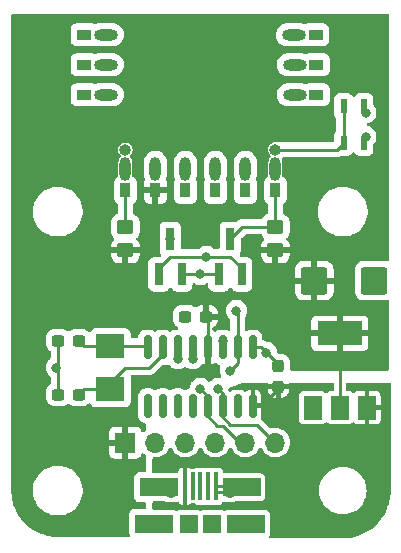
<source format=gbr>
%TF.GenerationSoftware,KiCad,Pcbnew,6.0.1+dfsg-1*%
%TF.CreationDate,2022-09-02T19:09:08-04:00*%
%TF.ProjectId,CH340-testing,43483334-302d-4746-9573-74696e672e6b,rev?*%
%TF.SameCoordinates,Original*%
%TF.FileFunction,Copper,L1,Top*%
%TF.FilePolarity,Positive*%
%FSLAX46Y46*%
G04 Gerber Fmt 4.6, Leading zero omitted, Abs format (unit mm)*
G04 Created by KiCad (PCBNEW 6.0.1+dfsg-1) date 2022-09-02 19:09:08*
%MOMM*%
%LPD*%
G01*
G04 APERTURE LIST*
G04 Aperture macros list*
%AMRoundRect*
0 Rectangle with rounded corners*
0 $1 Rounding radius*
0 $2 $3 $4 $5 $6 $7 $8 $9 X,Y pos of 4 corners*
0 Add a 4 corners polygon primitive as box body*
4,1,4,$2,$3,$4,$5,$6,$7,$8,$9,$2,$3,0*
0 Add four circle primitives for the rounded corners*
1,1,$1+$1,$2,$3*
1,1,$1+$1,$4,$5*
1,1,$1+$1,$6,$7*
1,1,$1+$1,$8,$9*
0 Add four rect primitives between the rounded corners*
20,1,$1+$1,$2,$3,$4,$5,0*
20,1,$1+$1,$4,$5,$6,$7,0*
20,1,$1+$1,$6,$7,$8,$9,0*
20,1,$1+$1,$8,$9,$2,$3,0*%
G04 Aperture macros list end*
%TA.AperFunction,SMDPad,CuDef*%
%ADD10RoundRect,0.237500X0.300000X0.237500X-0.300000X0.237500X-0.300000X-0.237500X0.300000X-0.237500X0*%
%TD*%
%TA.AperFunction,SMDPad,CuDef*%
%ADD11RoundRect,0.250000X-0.875000X-0.925000X0.875000X-0.925000X0.875000X0.925000X-0.875000X0.925000X0*%
%TD*%
%TA.AperFunction,SMDPad,CuDef*%
%ADD12R,0.600000X1.200000*%
%TD*%
%TA.AperFunction,SMDPad,CuDef*%
%ADD13RoundRect,0.250000X0.450000X-0.350000X0.450000X0.350000X-0.450000X0.350000X-0.450000X-0.350000X0*%
%TD*%
%TA.AperFunction,SMDPad,CuDef*%
%ADD14R,2.400000X2.000000*%
%TD*%
%TA.AperFunction,SMDPad,CuDef*%
%ADD15R,0.800000X1.900000*%
%TD*%
%TA.AperFunction,SMDPad,CuDef*%
%ADD16R,0.400000X2.350000*%
%TD*%
%TA.AperFunction,ComponentPad*%
%ADD17O,0.890000X1.550000*%
%TD*%
%TA.AperFunction,ComponentPad*%
%ADD18O,1.250000X0.950000*%
%TD*%
%TA.AperFunction,SMDPad,CuDef*%
%ADD19R,3.200000X1.550000*%
%TD*%
%TA.AperFunction,ComponentPad*%
%ADD20R,1.500000X1.550000*%
%TD*%
%TA.AperFunction,SMDPad,CuDef*%
%ADD21RoundRect,0.237500X0.237500X-0.300000X0.237500X0.300000X-0.237500X0.300000X-0.237500X-0.300000X0*%
%TD*%
%TA.AperFunction,SMDPad,CuDef*%
%ADD22RoundRect,0.150000X-0.150000X0.825000X-0.150000X-0.825000X0.150000X-0.825000X0.150000X0.825000X0*%
%TD*%
%TA.AperFunction,ComponentPad*%
%ADD23R,1.700000X1.700000*%
%TD*%
%TA.AperFunction,ComponentPad*%
%ADD24O,1.700000X1.700000*%
%TD*%
%TA.AperFunction,SMDPad,CuDef*%
%ADD25R,1.500000X2.000000*%
%TD*%
%TA.AperFunction,SMDPad,CuDef*%
%ADD26R,3.800000X2.000000*%
%TD*%
%TA.AperFunction,ComponentPad*%
%ADD27O,0.950000X2.000000*%
%TD*%
%TA.AperFunction,ComponentPad*%
%ADD28O,2.000000X0.950000*%
%TD*%
%TA.AperFunction,ComponentPad*%
%ADD29R,1.300000X0.900000*%
%TD*%
%TA.AperFunction,ComponentPad*%
%ADD30R,0.900000X1.300000*%
%TD*%
%TA.AperFunction,ComponentPad*%
%ADD31O,1.000000X1.000000*%
%TD*%
%TA.AperFunction,ViaPad*%
%ADD32C,0.800000*%
%TD*%
%TA.AperFunction,ViaPad*%
%ADD33C,0.400000*%
%TD*%
%TA.AperFunction,Conductor*%
%ADD34C,0.250000*%
%TD*%
G04 APERTURE END LIST*
D10*
%TO.P,C2,1*%
%TO.N,Net-(C2-Pad1)*%
X139686500Y-124892000D03*
%TO.P,C2,2*%
%TO.N,GND*%
X137961500Y-124892000D03*
%TD*%
D11*
%TO.P,C5,1*%
%TO.N,+3V3*%
X159642000Y-119812000D03*
%TO.P,C5,2*%
%TO.N,GND*%
X164742000Y-119812000D03*
%TD*%
D12*
%TO.P,SW1,1,1*%
%TO.N,RST*%
X162129194Y-105054000D03*
X162129194Y-108154000D03*
%TO.P,SW1,2,2*%
%TO.N,GND*%
X163829194Y-105054000D03*
X163829194Y-108154000D03*
%TD*%
D13*
%TO.P,R2,1*%
%TO.N,+3V3*%
X143650000Y-117256000D03*
%TO.P,R2,2*%
%TO.N,EN*%
X143650000Y-115256000D03*
%TD*%
D14*
%TO.P,Y1,1,1*%
%TO.N,Net-(C1-Pad1)*%
X142380000Y-129027999D03*
%TO.P,Y1,2,2*%
%TO.N,Net-(C2-Pad1)*%
X142380000Y-125327999D03*
%TD*%
D15*
%TO.P,Q1,1,B*%
%TO.N,DTR*%
X151590000Y-119280000D03*
%TO.P,Q1,2,E*%
%TO.N,RTS*%
X153490000Y-119280000D03*
%TO.P,Q1,3,C*%
%TO.N,RST*%
X152540000Y-116280000D03*
%TD*%
D16*
%TO.P,J2,1,VBUS*%
%TO.N,Vcc*%
X148700000Y-137216000D03*
%TO.P,J2,2,D-*%
%TO.N,UD-*%
X149350000Y-137216000D03*
%TO.P,J2,3,D+*%
%TO.N,UD+*%
X150000000Y-137216000D03*
%TO.P,J2,4,ID*%
%TO.N,unconnected-(J2-Pad4)*%
X150650000Y-137216000D03*
%TO.P,J2,5,GND*%
%TO.N,GND*%
X151300000Y-137216000D03*
D17*
%TO.P,J2,6,Shield*%
X146500000Y-140416000D03*
D18*
X152500000Y-137716000D03*
D19*
X153500000Y-137316000D03*
D17*
X153500000Y-140416000D03*
D20*
X149000000Y-140416000D03*
D19*
X146100000Y-140416000D03*
X146500000Y-137316000D03*
X153900000Y-140416000D03*
D20*
X151000000Y-140416000D03*
D18*
X147500000Y-137716000D03*
%TD*%
D21*
%TO.P,C4,1*%
%TO.N,Vcc*%
X156604000Y-128802500D03*
%TO.P,C4,2*%
%TO.N,GND*%
X156604000Y-127077500D03*
%TD*%
D22*
%TO.P,U1,1,GND*%
%TO.N,GND*%
X154445000Y-125465000D03*
%TO.P,U1,2,TXD*%
%TO.N,RxD*%
X153175000Y-125465000D03*
%TO.P,U1,3,RXD*%
%TO.N,TxD*%
X151905000Y-125465000D03*
%TO.P,U1,4,V3*%
%TO.N,+3V3*%
X150635000Y-125465000D03*
%TO.P,U1,5,UD+*%
%TO.N,UD+*%
X149365000Y-125465000D03*
%TO.P,U1,6,UD-*%
%TO.N,UD-*%
X148095000Y-125465000D03*
%TO.P,U1,7,XI*%
%TO.N,Net-(C1-Pad1)*%
X146825000Y-125465000D03*
%TO.P,U1,8,XO*%
%TO.N,Net-(C2-Pad1)*%
X145555000Y-125465000D03*
%TO.P,U1,9,~{CTS}*%
%TO.N,CTS*%
X145555000Y-130415000D03*
%TO.P,U1,10,~{DSR}*%
%TO.N,DSR*%
X146825000Y-130415000D03*
%TO.P,U1,11,~{RI}*%
%TO.N,RI*%
X148095000Y-130415000D03*
%TO.P,U1,12,~{DCD}*%
%TO.N,DCD*%
X149365000Y-130415000D03*
%TO.P,U1,13,~{DTR}*%
%TO.N,DTR*%
X150635000Y-130415000D03*
%TO.P,U1,14,~{RTS}*%
%TO.N,RTS*%
X151905000Y-130415000D03*
%TO.P,U1,15,R232*%
%TO.N,unconnected-(U1-Pad15)*%
X153175000Y-130415000D03*
%TO.P,U1,16,VCC*%
%TO.N,Vcc*%
X154445000Y-130415000D03*
%TD*%
D23*
%TO.P,J1,1,Pin_1*%
%TO.N,+3V3*%
X143650000Y-133528000D03*
D24*
%TO.P,J1,2,Pin_2*%
%TO.N,RxD*%
X146190000Y-133528000D03*
%TO.P,J1,3,Pin_3*%
%TO.N,TxD*%
X148730000Y-133528000D03*
%TO.P,J1,4,Pin_4*%
%TO.N,GND*%
X151270000Y-133528000D03*
%TO.P,J1,5,Pin_5*%
%TO.N,DTR*%
X153810000Y-133528000D03*
%TO.P,J1,6,Pin_6*%
%TO.N,RTS*%
X156350000Y-133528000D03*
%TD*%
D15*
%TO.P,Q2,1,B*%
%TO.N,RTS*%
X146510000Y-119280000D03*
%TO.P,Q2,2,E*%
%TO.N,DTR*%
X148410000Y-119280000D03*
%TO.P,Q2,3,C*%
%TO.N,io0*%
X147460000Y-116280000D03*
%TD*%
D10*
%TO.P,C1,1*%
%TO.N,Net-(C1-Pad1)*%
X139686500Y-129464000D03*
%TO.P,C1,2*%
%TO.N,GND*%
X137961500Y-129464000D03*
%TD*%
D25*
%TO.P,U2,1,GND*%
%TO.N,GND*%
X159511000Y-130582000D03*
%TO.P,U2,2,VO*%
%TO.N,+3V3*%
X161811000Y-130582000D03*
D26*
X161811000Y-124282000D03*
D25*
%TO.P,U2,3,VI*%
%TO.N,Vcc*%
X164111000Y-130582000D03*
%TD*%
D10*
%TO.P,C3,1*%
%TO.N,+3V3*%
X150460000Y-122860000D03*
%TO.P,C3,2*%
%TO.N,GND*%
X148735000Y-122860000D03*
%TD*%
D27*
%TO.P,Um1,*%
%TO.N,*%
X146190000Y-110330000D03*
X148730000Y-110330000D03*
D28*
X142025000Y-104080000D03*
X142025000Y-99000000D03*
X157975000Y-104080000D03*
D27*
X153810000Y-110330000D03*
X143650000Y-110330000D03*
X156350000Y-110330000D03*
D28*
X157900000Y-99000000D03*
X142025000Y-101540000D03*
D27*
X151270000Y-110330000D03*
D28*
X157975000Y-101540000D03*
D29*
%TO.P,Um1,1,(XPD_DCDC)_GPIO16*%
%TO.N,io16*%
X140175000Y-99000000D03*
%TO.P,Um1,2,(MTMS)_GPIO14*%
%TO.N,io14*%
X140175000Y-101540000D03*
%TO.P,Um1,3,(MTCK)_GPIO13*%
%TO.N,io13*%
X140175000Y-104080000D03*
D30*
%TO.P,Um1,4,EN_(CHIP_PU)*%
%TO.N,EN*%
X143650000Y-112180000D03*
D31*
X143650000Y-108730000D03*
D30*
%TO.P,Um1,5,Vcc*%
%TO.N,+3V3*%
X146190000Y-112180000D03*
%TO.P,Um1,6,GND*%
%TO.N,GND*%
X148730000Y-112180000D03*
%TO.P,Um1,7,(U0TXD)_GPIO1*%
%TO.N,TxD*%
X151270000Y-112180000D03*
%TO.P,Um1,8,(U0RXD)_GPIO3*%
%TO.N,RxD*%
X153810000Y-112180000D03*
%TO.P,Um1,9,~{RST}_(EXT_RSTB)*%
%TO.N,RST*%
X156350000Y-112180000D03*
D31*
X156350000Y-108730000D03*
D29*
%TO.P,Um1,10,GPIO2*%
%TO.N,io2*%
X159825000Y-104080000D03*
%TO.P,Um1,11,GPIO0*%
%TO.N,io0*%
X159825000Y-101540000D03*
%TO.P,Um1,12,GPIO4*%
%TO.N,io4*%
X159750000Y-99000000D03*
%TD*%
D13*
%TO.P,R1,1*%
%TO.N,+3V3*%
X156350000Y-117256000D03*
%TO.P,R1,2*%
%TO.N,RST*%
X156350000Y-115256000D03*
%TD*%
D32*
%TO.N,GND*%
X148581500Y-122860000D03*
X163995194Y-105588000D03*
X155588000Y-125908000D03*
X137808000Y-127177999D03*
X159271000Y-130480000D03*
X163995194Y-107620000D03*
X164224000Y-119812000D03*
%TO.N,TxD*%
X151905000Y-124892000D03*
%TO.N,RxD*%
X153048000Y-122352000D03*
X152540000Y-127432000D03*
%TO.N,io0*%
X147460000Y-116256000D03*
%TO.N,DTR*%
X150000000Y-128956000D03*
X150000000Y-119280000D03*
%TO.N,RTS*%
X150508000Y-117780000D03*
X151524000Y-128956000D03*
%TO.N,UD+*%
X149365000Y-126416000D03*
D33*
X150000000Y-137592000D03*
%TO.N,UD-*%
X149350000Y-137592000D03*
D32*
X148095000Y-126416000D03*
%TD*%
D34*
%TO.N,RxD*%
X153175000Y-125465000D02*
X153175000Y-126797000D01*
X153175000Y-126797000D02*
X152540000Y-127432000D01*
%TO.N,GND*%
X154445000Y-125465000D02*
X155166500Y-125465000D01*
X151300000Y-137716000D02*
X152500000Y-137716000D01*
X153400000Y-137216000D02*
X153500000Y-137316000D01*
X137961500Y-127331499D02*
X137808000Y-127177999D01*
X155166500Y-125465000D02*
X156604000Y-126902500D01*
X137961500Y-124892000D02*
X137961500Y-127024499D01*
X151300000Y-137216000D02*
X153400000Y-137216000D01*
X137961500Y-129464000D02*
X137961500Y-127331499D01*
X137961500Y-127024499D02*
X137808000Y-127177999D01*
%TO.N,Net-(C1-Pad1)*%
X140122501Y-129027999D02*
X142380000Y-129027999D01*
X145680999Y-127176999D02*
X146825000Y-126032999D01*
X146825000Y-126032999D02*
X146825000Y-125465000D01*
X143651001Y-127176999D02*
X145680999Y-127176999D01*
X142380000Y-128448000D02*
X143651001Y-127176999D01*
X139686500Y-129464000D02*
X140122501Y-129027999D01*
X142380000Y-129027999D02*
X142380000Y-128448000D01*
%TO.N,Net-(C2-Pad1)*%
X139686500Y-124892000D02*
X140122499Y-125327999D01*
X145417999Y-125327999D02*
X145555000Y-125465000D01*
X140122499Y-125327999D02*
X142380000Y-125327999D01*
X142380000Y-125327999D02*
X145417999Y-125327999D01*
%TO.N,RxD*%
X153175000Y-122479000D02*
X153048000Y-122352000D01*
X153175000Y-125465000D02*
X153175000Y-122479000D01*
%TO.N,RST*%
X152540000Y-116256000D02*
X152540000Y-116280000D01*
X153556000Y-115240000D02*
X152540000Y-116256000D01*
X156350000Y-108730000D02*
X161553194Y-108730000D01*
X153572000Y-115256000D02*
X153556000Y-115240000D01*
X156350000Y-115256000D02*
X156350000Y-111880000D01*
X161553194Y-108730000D02*
X162129194Y-108154000D01*
X156350000Y-115256000D02*
X153572000Y-115256000D01*
X162129194Y-108154000D02*
X162129194Y-105054000D01*
%TO.N,DTR*%
X150635000Y-130415000D02*
X150635000Y-129591000D01*
X150635000Y-129591000D02*
X150000000Y-128956000D01*
X150635000Y-131299072D02*
X151431964Y-132096036D01*
X151590000Y-119280000D02*
X148410000Y-119280000D01*
X151939964Y-132096036D02*
X151431964Y-132096036D01*
X150635000Y-130415000D02*
X150635000Y-131299072D01*
X153810000Y-133528000D02*
X153371928Y-133528000D01*
X153371928Y-133528000D02*
X151939964Y-132096036D01*
%TO.N,RTS*%
X151905000Y-131369000D02*
X151905000Y-130415000D01*
X156350000Y-133528000D02*
X154826000Y-132004000D01*
X154826000Y-132004000D02*
X152540000Y-132004000D01*
X151905000Y-130415000D02*
X151905000Y-129337000D01*
X153490000Y-118730000D02*
X153490000Y-119280000D01*
X151905000Y-129337000D02*
X151524000Y-128956000D01*
X149365000Y-117780000D02*
X152540000Y-117780000D01*
X147460000Y-117780000D02*
X149365000Y-117780000D01*
X146510000Y-118730000D02*
X147460000Y-117780000D01*
X152540000Y-117780000D02*
X153490000Y-118730000D01*
X152540000Y-132004000D02*
X151905000Y-131369000D01*
X146510000Y-119280000D02*
X146510000Y-118730000D01*
%TO.N,Vcc*%
X154445000Y-130415000D02*
X155166500Y-130415000D01*
X155166500Y-130415000D02*
X156604000Y-128977500D01*
%TO.N,+3V3*%
X150635000Y-125465000D02*
X150635000Y-122860000D01*
X161811000Y-130582000D02*
X161811000Y-124282000D01*
%TO.N,EN*%
X143650000Y-115256000D02*
X143650000Y-111880000D01*
%TD*%
%TA.AperFunction,Conductor*%
%TO.N,Vcc*%
G36*
X155671121Y-128468002D02*
G01*
X155717614Y-128521658D01*
X155729000Y-128574000D01*
X155729000Y-128584385D01*
X155733475Y-128599624D01*
X155734865Y-128600829D01*
X155742548Y-128602500D01*
X157460884Y-128602500D01*
X157476123Y-128598025D01*
X157477328Y-128596635D01*
X157478999Y-128588952D01*
X157478999Y-128574000D01*
X157499001Y-128505879D01*
X157552657Y-128459386D01*
X157604999Y-128448000D01*
X161159500Y-128448000D01*
X161227621Y-128468002D01*
X161274114Y-128521658D01*
X161285500Y-128574000D01*
X161285500Y-129055501D01*
X161265498Y-129123622D01*
X161211842Y-129170115D01*
X161159500Y-129181501D01*
X161029482Y-129181501D01*
X161024589Y-129182276D01*
X161024588Y-129182276D01*
X160945494Y-129194802D01*
X160945492Y-129194803D01*
X160935696Y-129196354D01*
X160926859Y-129200857D01*
X160926858Y-129200857D01*
X160904105Y-129212451D01*
X160822658Y-129253950D01*
X160750095Y-129326513D01*
X160687783Y-129360539D01*
X160616968Y-129355474D01*
X160571905Y-129326513D01*
X160499342Y-129253950D01*
X160386304Y-129196354D01*
X160376515Y-129194804D01*
X160376513Y-129194803D01*
X160349151Y-129190470D01*
X160292519Y-129181500D01*
X159511158Y-129181500D01*
X158729482Y-129181501D01*
X158724589Y-129182276D01*
X158724588Y-129182276D01*
X158645494Y-129194802D01*
X158645492Y-129194803D01*
X158635696Y-129196354D01*
X158626859Y-129200857D01*
X158626858Y-129200857D01*
X158604105Y-129212451D01*
X158522658Y-129253950D01*
X158432950Y-129343658D01*
X158375354Y-129456696D01*
X158373804Y-129466485D01*
X158373803Y-129466487D01*
X158370156Y-129489513D01*
X158360500Y-129550481D01*
X158360501Y-131613518D01*
X158375354Y-131707304D01*
X158432950Y-131820342D01*
X158522658Y-131910050D01*
X158635696Y-131967646D01*
X158645485Y-131969196D01*
X158645487Y-131969197D01*
X158672849Y-131973530D01*
X158729481Y-131982500D01*
X159510842Y-131982500D01*
X160292518Y-131982499D01*
X160297412Y-131981724D01*
X160376506Y-131969198D01*
X160376508Y-131969197D01*
X160386304Y-131967646D01*
X160499342Y-131910050D01*
X160571905Y-131837487D01*
X160634217Y-131803461D01*
X160705032Y-131808526D01*
X160750095Y-131837487D01*
X160822658Y-131910050D01*
X160935696Y-131967646D01*
X160945485Y-131969196D01*
X160945487Y-131969197D01*
X160972849Y-131973530D01*
X161029481Y-131982500D01*
X161810842Y-131982500D01*
X162592518Y-131982499D01*
X162597412Y-131981724D01*
X162676506Y-131969198D01*
X162676508Y-131969197D01*
X162686304Y-131967646D01*
X162799342Y-131910050D01*
X162872258Y-131837134D01*
X162934570Y-131803108D01*
X163005385Y-131808173D01*
X163050448Y-131837134D01*
X163115944Y-131902630D01*
X163131787Y-131914141D01*
X163227018Y-131962664D01*
X163245645Y-131968716D01*
X163324627Y-131981225D01*
X163334473Y-131982000D01*
X163892885Y-131982000D01*
X163908124Y-131977525D01*
X163909329Y-131976135D01*
X163911000Y-131968452D01*
X163911000Y-131963884D01*
X164311000Y-131963884D01*
X164315475Y-131979123D01*
X164316865Y-131980328D01*
X164324548Y-131981999D01*
X164887525Y-131981999D01*
X164897374Y-131981224D01*
X164976351Y-131968717D01*
X164994986Y-131962662D01*
X165090213Y-131914141D01*
X165106056Y-131902630D01*
X165181630Y-131827056D01*
X165193141Y-131811213D01*
X165241664Y-131715982D01*
X165247716Y-131697355D01*
X165260225Y-131618373D01*
X165261000Y-131608527D01*
X165261000Y-130800115D01*
X165256525Y-130784876D01*
X165255135Y-130783671D01*
X165247452Y-130782000D01*
X164329115Y-130782000D01*
X164313876Y-130786475D01*
X164312671Y-130787865D01*
X164311000Y-130795548D01*
X164311000Y-131963884D01*
X163911000Y-131963884D01*
X163911000Y-130363885D01*
X164311000Y-130363885D01*
X164315475Y-130379124D01*
X164316865Y-130380329D01*
X164324548Y-130382000D01*
X165242884Y-130382000D01*
X165258123Y-130377525D01*
X165259328Y-130376135D01*
X165260999Y-130368452D01*
X165260999Y-129555475D01*
X165260224Y-129545626D01*
X165247717Y-129466649D01*
X165241662Y-129448014D01*
X165193141Y-129352787D01*
X165181630Y-129336944D01*
X165106056Y-129261370D01*
X165090213Y-129249859D01*
X164994982Y-129201336D01*
X164976355Y-129195284D01*
X164897373Y-129182775D01*
X164887527Y-129182000D01*
X164329115Y-129182000D01*
X164313876Y-129186475D01*
X164312671Y-129187865D01*
X164311000Y-129195548D01*
X164311000Y-130363885D01*
X163911000Y-130363885D01*
X163911000Y-129200116D01*
X163906525Y-129184877D01*
X163905135Y-129183672D01*
X163897452Y-129182001D01*
X163334475Y-129182001D01*
X163324626Y-129182776D01*
X163245649Y-129195283D01*
X163227014Y-129201338D01*
X163131787Y-129249859D01*
X163115944Y-129261370D01*
X163050448Y-129326866D01*
X162988136Y-129360892D01*
X162917321Y-129355827D01*
X162872258Y-129326866D01*
X162799342Y-129253950D01*
X162686304Y-129196354D01*
X162676515Y-129194804D01*
X162676513Y-129194803D01*
X162649151Y-129190470D01*
X162592519Y-129181500D01*
X162462500Y-129181500D01*
X162394379Y-129161498D01*
X162347886Y-129107842D01*
X162336500Y-129055500D01*
X162336500Y-128574000D01*
X162356502Y-128505879D01*
X162410158Y-128459386D01*
X162462500Y-128448000D01*
X165984000Y-128448000D01*
X166052121Y-128468002D01*
X166098614Y-128521658D01*
X166110000Y-128574000D01*
X166110000Y-137550601D01*
X166108449Y-137570310D01*
X166105014Y-137591999D01*
X166106863Y-137603677D01*
X166108280Y-137629197D01*
X166098177Y-137847737D01*
X166093014Y-137959407D01*
X166091940Y-137970996D01*
X166041930Y-138329502D01*
X166039791Y-138340941D01*
X165998546Y-138516304D01*
X165964397Y-138661502D01*
X165956919Y-138693295D01*
X165953737Y-138704481D01*
X165924739Y-138790999D01*
X165838701Y-139047698D01*
X165834497Y-139058550D01*
X165688287Y-139389686D01*
X165683099Y-139400104D01*
X165506967Y-139716322D01*
X165500841Y-139726217D01*
X165296272Y-140024850D01*
X165289258Y-140034138D01*
X165058007Y-140312623D01*
X165050166Y-140321223D01*
X164794224Y-140577165D01*
X164785624Y-140585006D01*
X164507139Y-140816257D01*
X164497851Y-140823271D01*
X164199218Y-141027840D01*
X164189323Y-141033966D01*
X163873105Y-141210098D01*
X163862687Y-141215286D01*
X163531551Y-141361496D01*
X163520699Y-141365700D01*
X163357182Y-141420506D01*
X163177482Y-141480736D01*
X163166300Y-141483917D01*
X163016922Y-141519050D01*
X162813942Y-141566790D01*
X162802503Y-141568929D01*
X162640706Y-141591499D01*
X162457919Y-141616997D01*
X162443997Y-141618939D01*
X162432409Y-141620013D01*
X162102198Y-141635279D01*
X162076678Y-141633862D01*
X162065000Y-141632013D01*
X162043311Y-141635448D01*
X162023602Y-141636999D01*
X155922549Y-141636999D01*
X155854428Y-141616997D01*
X155807935Y-141563341D01*
X155797831Y-141493067D01*
X155820615Y-141436935D01*
X155821035Y-141436357D01*
X155828050Y-141429342D01*
X155885646Y-141316304D01*
X155900500Y-141222519D01*
X155900499Y-139609482D01*
X155895450Y-139577601D01*
X155887198Y-139525494D01*
X155887197Y-139525492D01*
X155885646Y-139515696D01*
X155828050Y-139402658D01*
X155738342Y-139312950D01*
X155625304Y-139255354D01*
X155615515Y-139253804D01*
X155615513Y-139253803D01*
X155588151Y-139249470D01*
X155531519Y-139240500D01*
X154896972Y-139240500D01*
X153579948Y-139240501D01*
X153559369Y-139238809D01*
X153547475Y-139236840D01*
X153540659Y-139237197D01*
X153540655Y-139237197D01*
X153480925Y-139240328D01*
X153474330Y-139240501D01*
X152268482Y-139240501D01*
X152263589Y-139241276D01*
X152263588Y-139241276D01*
X152184494Y-139253802D01*
X152184492Y-139253803D01*
X152174696Y-139255354D01*
X152111595Y-139287506D01*
X152082203Y-139302482D01*
X152012427Y-139315586D01*
X151967797Y-139302482D01*
X151875304Y-139255354D01*
X151865515Y-139253804D01*
X151865513Y-139253803D01*
X151838151Y-139249470D01*
X151781519Y-139240500D01*
X151000158Y-139240500D01*
X150218482Y-139240501D01*
X150213589Y-139241276D01*
X150213588Y-139241276D01*
X150134494Y-139253802D01*
X150134492Y-139253803D01*
X150124696Y-139255354D01*
X150115857Y-139259858D01*
X150115856Y-139259858D01*
X150057204Y-139289743D01*
X149987427Y-139302848D01*
X149942796Y-139289743D01*
X149884139Y-139259855D01*
X149884135Y-139259854D01*
X149875304Y-139255354D01*
X149865515Y-139253804D01*
X149865513Y-139253803D01*
X149838151Y-139249470D01*
X149781519Y-139240500D01*
X149000158Y-139240500D01*
X148218482Y-139240501D01*
X148213589Y-139241276D01*
X148213588Y-139241276D01*
X148134494Y-139253802D01*
X148134492Y-139253803D01*
X148124696Y-139255354D01*
X148061595Y-139287506D01*
X148032203Y-139302482D01*
X147962427Y-139315586D01*
X147917797Y-139302482D01*
X147825304Y-139255354D01*
X147815515Y-139253804D01*
X147815513Y-139253803D01*
X147788151Y-139249470D01*
X147731519Y-139240500D01*
X146579942Y-139240500D01*
X146559365Y-139238808D01*
X146557119Y-139238436D01*
X146547475Y-139236840D01*
X146540658Y-139237197D01*
X146540654Y-139237197D01*
X146480930Y-139240327D01*
X146474337Y-139240500D01*
X146062000Y-139240500D01*
X145993879Y-139220498D01*
X145947386Y-139166842D01*
X145936000Y-139114500D01*
X145936000Y-138617499D01*
X145956002Y-138549378D01*
X146009658Y-138502885D01*
X146061998Y-138491499D01*
X146913494Y-138491499D01*
X146966744Y-138503304D01*
X147066193Y-138549678D01*
X147148721Y-138568125D01*
X147246790Y-138590047D01*
X147246796Y-138590048D01*
X147251834Y-138591174D01*
X147257665Y-138591500D01*
X147697517Y-138591500D01*
X147839109Y-138576118D01*
X147845574Y-138573942D01*
X147845580Y-138573941D01*
X147997481Y-138522821D01*
X148068423Y-138520051D01*
X148129601Y-138556075D01*
X148149936Y-138585038D01*
X148167857Y-138620210D01*
X148179370Y-138636056D01*
X148254944Y-138711630D01*
X148270787Y-138723141D01*
X148366018Y-138771664D01*
X148384645Y-138777716D01*
X148463627Y-138790225D01*
X148473473Y-138791000D01*
X148481885Y-138791000D01*
X148497124Y-138786525D01*
X148498329Y-138785135D01*
X148500000Y-138777452D01*
X148500000Y-138128873D01*
X148500167Y-138124622D01*
X148500500Y-138122519D01*
X148500500Y-137949419D01*
X148502192Y-137928840D01*
X148506750Y-137901308D01*
X148526518Y-137781901D01*
X148557376Y-137717963D01*
X148617905Y-137680858D01*
X148688885Y-137682367D01*
X148747782Y-137722011D01*
X148767234Y-137754262D01*
X148825464Y-137894841D01*
X148837161Y-137910085D01*
X148873463Y-137957395D01*
X148899063Y-138023616D01*
X148899500Y-138034099D01*
X148899500Y-138415674D01*
X148899833Y-138417348D01*
X148900000Y-138420752D01*
X148900000Y-138772884D01*
X148904475Y-138788123D01*
X148905865Y-138789328D01*
X148913548Y-138790999D01*
X148926525Y-138790999D01*
X148936374Y-138790224D01*
X149015351Y-138777717D01*
X149033986Y-138771662D01*
X149129213Y-138723141D01*
X149145056Y-138711630D01*
X149178281Y-138678405D01*
X149240593Y-138644379D01*
X149267376Y-138641500D01*
X149431918Y-138641500D01*
X149500039Y-138661502D01*
X149521013Y-138678405D01*
X149561658Y-138719050D01*
X149674696Y-138776646D01*
X149684485Y-138778196D01*
X149684487Y-138778197D01*
X149711849Y-138782530D01*
X149768481Y-138791500D01*
X149999953Y-138791500D01*
X150231518Y-138791499D01*
X150236412Y-138790724D01*
X150305289Y-138779816D01*
X150344708Y-138779816D01*
X150410425Y-138790224D01*
X150418481Y-138791500D01*
X150649953Y-138791500D01*
X150881518Y-138791499D01*
X150886412Y-138790724D01*
X150955289Y-138779816D01*
X150994708Y-138779816D01*
X151060425Y-138790224D01*
X151068481Y-138791500D01*
X151299953Y-138791500D01*
X151531518Y-138791499D01*
X151536412Y-138790724D01*
X151615506Y-138778198D01*
X151615508Y-138778197D01*
X151625304Y-138776646D01*
X151738342Y-138719050D01*
X151828050Y-138629342D01*
X151834085Y-138617499D01*
X151851327Y-138583659D01*
X151900075Y-138532043D01*
X151968990Y-138514977D01*
X152016842Y-138526666D01*
X152066193Y-138549678D01*
X152148721Y-138568125D01*
X152246790Y-138590047D01*
X152246796Y-138590048D01*
X152251834Y-138591174D01*
X152257665Y-138591500D01*
X152697517Y-138591500D01*
X152839109Y-138576118D01*
X153019396Y-138515445D01*
X153025243Y-138511932D01*
X153025247Y-138511930D01*
X153029297Y-138509496D01*
X153094191Y-138491500D01*
X154874159Y-138491499D01*
X155131518Y-138491499D01*
X155136412Y-138490724D01*
X155215506Y-138478198D01*
X155215508Y-138478197D01*
X155225304Y-138476646D01*
X155338342Y-138419050D01*
X155428050Y-138329342D01*
X155485646Y-138216304D01*
X155500500Y-138122519D01*
X155500500Y-137560497D01*
X160059637Y-137560497D01*
X160059881Y-137564932D01*
X160059881Y-137564936D01*
X160070901Y-137765160D01*
X160075205Y-137843370D01*
X160130474Y-138121226D01*
X160131950Y-138125429D01*
X160160425Y-138206513D01*
X160224342Y-138388524D01*
X160226395Y-138392477D01*
X160226398Y-138392483D01*
X160270118Y-138476646D01*
X160354936Y-138639928D01*
X160357519Y-138643543D01*
X160357523Y-138643549D01*
X160406175Y-138711630D01*
X160519651Y-138870424D01*
X160522729Y-138873651D01*
X160522731Y-138873653D01*
X160699114Y-139058550D01*
X160715199Y-139075412D01*
X160937680Y-139250801D01*
X161027286Y-139302848D01*
X161178807Y-139390859D01*
X161178813Y-139390862D01*
X161182654Y-139393093D01*
X161186777Y-139394763D01*
X161228077Y-139411491D01*
X161445232Y-139499448D01*
X161449545Y-139500519D01*
X161449550Y-139500521D01*
X161715856Y-139566672D01*
X161715861Y-139566673D01*
X161720177Y-139567745D01*
X161724605Y-139568199D01*
X161724607Y-139568199D01*
X161800307Y-139575955D01*
X161961790Y-139592500D01*
X162137170Y-139592500D01*
X162347593Y-139577601D01*
X162351948Y-139576663D01*
X162351951Y-139576663D01*
X162620200Y-139518911D01*
X162620202Y-139518911D01*
X162624547Y-139517975D01*
X162890337Y-139419920D01*
X163107310Y-139302848D01*
X163135744Y-139287506D01*
X163139660Y-139285393D01*
X163367540Y-139117078D01*
X163426995Y-139058550D01*
X163566249Y-138921465D01*
X163569430Y-138918334D01*
X163572131Y-138914794D01*
X163572137Y-138914788D01*
X163738602Y-138696667D01*
X163738605Y-138696663D01*
X163741304Y-138693126D01*
X163798259Y-138591425D01*
X163877552Y-138449837D01*
X163877555Y-138449832D01*
X163879730Y-138445947D01*
X163884304Y-138434126D01*
X163980341Y-138185885D01*
X163980343Y-138185879D01*
X163981948Y-138181730D01*
X163995673Y-138122519D01*
X164018597Y-138023616D01*
X164045918Y-137905747D01*
X164070363Y-137623503D01*
X164070119Y-137619064D01*
X164055040Y-137345073D01*
X164055039Y-137345066D01*
X164054795Y-137340630D01*
X163999526Y-137062774D01*
X163978279Y-137002270D01*
X163907136Y-136799684D01*
X163907135Y-136799681D01*
X163905658Y-136795476D01*
X163903605Y-136791523D01*
X163903602Y-136791517D01*
X163777116Y-136548023D01*
X163775064Y-136544072D01*
X163772481Y-136540457D01*
X163772477Y-136540451D01*
X163677009Y-136406858D01*
X163610349Y-136313576D01*
X163568028Y-136269212D01*
X163417876Y-136111811D01*
X163417873Y-136111808D01*
X163414801Y-136108588D01*
X163192320Y-135933199D01*
X163082073Y-135869163D01*
X162951193Y-135793141D01*
X162951187Y-135793138D01*
X162947346Y-135790907D01*
X162855227Y-135753595D01*
X162688894Y-135686223D01*
X162688891Y-135686222D01*
X162684768Y-135684552D01*
X162680455Y-135683481D01*
X162680450Y-135683479D01*
X162414144Y-135617328D01*
X162414139Y-135617327D01*
X162409823Y-135616255D01*
X162405395Y-135615801D01*
X162405393Y-135615801D01*
X162310552Y-135606084D01*
X162168210Y-135591500D01*
X161992830Y-135591500D01*
X161782407Y-135606399D01*
X161778052Y-135607337D01*
X161778049Y-135607337D01*
X161509800Y-135665089D01*
X161509798Y-135665089D01*
X161505453Y-135666025D01*
X161239663Y-135764080D01*
X160990340Y-135898607D01*
X160762460Y-136066922D01*
X160759281Y-136070051D01*
X160759278Y-136070054D01*
X160687717Y-136140500D01*
X160560570Y-136265666D01*
X160557869Y-136269206D01*
X160557863Y-136269212D01*
X160391398Y-136487333D01*
X160388696Y-136490874D01*
X160250270Y-136738053D01*
X160248662Y-136742211D01*
X160248659Y-136742216D01*
X160149659Y-136998115D01*
X160148052Y-137002270D01*
X160084082Y-137278253D01*
X160059637Y-137560497D01*
X155500500Y-137560497D01*
X155500499Y-136509482D01*
X155485646Y-136415696D01*
X155428050Y-136302658D01*
X155338342Y-136212950D01*
X155225304Y-136155354D01*
X155215515Y-136153804D01*
X155215513Y-136153803D01*
X155188151Y-136149470D01*
X155131519Y-136140500D01*
X155009313Y-136140500D01*
X152026499Y-136140501D01*
X151958378Y-136120499D01*
X151911885Y-136066843D01*
X151901546Y-136019315D01*
X151900887Y-136019367D01*
X151900507Y-136014538D01*
X151900499Y-136014501D01*
X151900499Y-136009482D01*
X151899724Y-136004588D01*
X151887198Y-135925494D01*
X151887197Y-135925492D01*
X151885646Y-135915696D01*
X151828050Y-135802658D01*
X151738342Y-135712950D01*
X151625304Y-135655354D01*
X151615515Y-135653804D01*
X151615513Y-135653803D01*
X151588151Y-135649470D01*
X151531519Y-135640500D01*
X151300047Y-135640500D01*
X151068482Y-135640501D01*
X151063589Y-135641276D01*
X151063588Y-135641276D01*
X150994711Y-135652184D01*
X150955292Y-135652184D01*
X150886412Y-135641275D01*
X150881519Y-135640500D01*
X150650047Y-135640500D01*
X150418482Y-135640501D01*
X150413589Y-135641276D01*
X150413588Y-135641276D01*
X150344711Y-135652184D01*
X150305292Y-135652184D01*
X150236412Y-135641275D01*
X150231519Y-135640500D01*
X150000047Y-135640500D01*
X149768482Y-135640501D01*
X149763589Y-135641276D01*
X149763588Y-135641276D01*
X149684494Y-135653802D01*
X149684492Y-135653803D01*
X149674696Y-135655354D01*
X149561658Y-135712950D01*
X149521013Y-135753595D01*
X149458701Y-135787621D01*
X149431918Y-135790500D01*
X149267376Y-135790500D01*
X149199255Y-135770498D01*
X149178281Y-135753595D01*
X149145056Y-135720370D01*
X149129213Y-135708859D01*
X149033982Y-135660336D01*
X149015355Y-135654284D01*
X148936373Y-135641775D01*
X148926527Y-135641000D01*
X148918115Y-135641000D01*
X148902876Y-135645475D01*
X148901671Y-135646865D01*
X148900000Y-135654548D01*
X148900000Y-136011248D01*
X148899833Y-136014652D01*
X148899500Y-136016326D01*
X148899500Y-137149901D01*
X148879498Y-137218022D01*
X148873463Y-137226605D01*
X148825464Y-137289159D01*
X148764956Y-137435238D01*
X148763878Y-137443426D01*
X148754255Y-137516521D01*
X148725533Y-137581448D01*
X148666268Y-137620540D01*
X148595276Y-137621385D01*
X148535097Y-137583715D01*
X148507857Y-137533535D01*
X148505024Y-137523250D01*
X148500500Y-137489790D01*
X148500499Y-136514437D01*
X148500499Y-136509482D01*
X148500166Y-136507382D01*
X148500000Y-136503141D01*
X148500000Y-135659116D01*
X148495525Y-135643877D01*
X148494135Y-135642672D01*
X148486452Y-135641001D01*
X148473475Y-135641001D01*
X148463626Y-135641776D01*
X148384649Y-135654283D01*
X148366014Y-135660338D01*
X148270787Y-135708859D01*
X148254944Y-135720370D01*
X148179370Y-135795944D01*
X148167859Y-135811787D01*
X148119336Y-135907018D01*
X148113284Y-135925645D01*
X148100775Y-136004627D01*
X148100000Y-136014473D01*
X148100000Y-136014500D01*
X148099997Y-136014510D01*
X148099612Y-136019404D01*
X148098584Y-136019323D01*
X148079998Y-136082621D01*
X148026342Y-136129114D01*
X147974000Y-136140500D01*
X147751078Y-136140500D01*
X146061999Y-136140501D01*
X145993879Y-136120499D01*
X145947386Y-136066843D01*
X145936000Y-136014501D01*
X145936000Y-134898560D01*
X145956002Y-134830439D01*
X146009658Y-134783946D01*
X146072980Y-134773039D01*
X146190000Y-134783277D01*
X146407977Y-134764207D01*
X146548255Y-134726620D01*
X146614020Y-134708998D01*
X146614022Y-134708997D01*
X146619330Y-134707575D01*
X146624312Y-134705252D01*
X146812652Y-134617428D01*
X146812657Y-134617425D01*
X146817639Y-134615102D01*
X146822148Y-134611945D01*
X146992366Y-134492757D01*
X146992369Y-134492755D01*
X146996877Y-134489598D01*
X147151598Y-134334877D01*
X147277102Y-134155638D01*
X147345805Y-134008305D01*
X147392723Y-133955020D01*
X147461000Y-133935559D01*
X147528960Y-133956101D01*
X147574195Y-134008305D01*
X147642898Y-134155638D01*
X147768402Y-134334877D01*
X147923123Y-134489598D01*
X147927631Y-134492755D01*
X147927634Y-134492757D01*
X148097852Y-134611945D01*
X148102361Y-134615102D01*
X148107343Y-134617425D01*
X148107348Y-134617428D01*
X148295688Y-134705252D01*
X148300670Y-134707575D01*
X148305978Y-134708997D01*
X148305980Y-134708998D01*
X148371745Y-134726620D01*
X148512023Y-134764207D01*
X148730000Y-134783277D01*
X148947977Y-134764207D01*
X149088255Y-134726620D01*
X149154020Y-134708998D01*
X149154022Y-134708997D01*
X149159330Y-134707575D01*
X149164312Y-134705252D01*
X149352652Y-134617428D01*
X149352657Y-134617425D01*
X149357639Y-134615102D01*
X149362148Y-134611945D01*
X149532366Y-134492757D01*
X149532369Y-134492755D01*
X149536877Y-134489598D01*
X149691598Y-134334877D01*
X149817102Y-134155638D01*
X149885805Y-134008305D01*
X149932723Y-133955020D01*
X150001000Y-133935559D01*
X150068960Y-133956101D01*
X150114195Y-134008305D01*
X150182898Y-134155638D01*
X150308402Y-134334877D01*
X150463123Y-134489598D01*
X150467631Y-134492755D01*
X150467634Y-134492757D01*
X150637852Y-134611945D01*
X150642361Y-134615102D01*
X150647343Y-134617425D01*
X150647348Y-134617428D01*
X150835688Y-134705252D01*
X150840670Y-134707575D01*
X150845978Y-134708997D01*
X150845980Y-134708998D01*
X150911745Y-134726620D01*
X151052023Y-134764207D01*
X151270000Y-134783277D01*
X151487977Y-134764207D01*
X151628255Y-134726620D01*
X151694020Y-134708998D01*
X151694022Y-134708997D01*
X151699330Y-134707575D01*
X151704312Y-134705252D01*
X151892652Y-134617428D01*
X151892657Y-134617425D01*
X151897639Y-134615102D01*
X151902148Y-134611945D01*
X152072366Y-134492757D01*
X152072369Y-134492755D01*
X152076877Y-134489598D01*
X152231598Y-134334877D01*
X152357102Y-134155638D01*
X152425805Y-134008305D01*
X152472723Y-133955020D01*
X152541000Y-133935559D01*
X152608960Y-133956101D01*
X152654195Y-134008305D01*
X152722898Y-134155638D01*
X152848402Y-134334877D01*
X153003123Y-134489598D01*
X153007631Y-134492755D01*
X153007634Y-134492757D01*
X153177852Y-134611945D01*
X153182361Y-134615102D01*
X153187343Y-134617425D01*
X153187348Y-134617428D01*
X153375688Y-134705252D01*
X153380670Y-134707575D01*
X153385978Y-134708997D01*
X153385980Y-134708998D01*
X153451745Y-134726620D01*
X153592023Y-134764207D01*
X153810000Y-134783277D01*
X154027977Y-134764207D01*
X154168255Y-134726620D01*
X154234020Y-134708998D01*
X154234022Y-134708997D01*
X154239330Y-134707575D01*
X154244312Y-134705252D01*
X154432652Y-134617428D01*
X154432657Y-134617425D01*
X154437639Y-134615102D01*
X154442148Y-134611945D01*
X154612366Y-134492757D01*
X154612369Y-134492755D01*
X154616877Y-134489598D01*
X154771598Y-134334877D01*
X154897102Y-134155638D01*
X154965805Y-134008305D01*
X155012723Y-133955020D01*
X155081000Y-133935559D01*
X155148960Y-133956101D01*
X155194195Y-134008305D01*
X155262898Y-134155638D01*
X155388402Y-134334877D01*
X155543123Y-134489598D01*
X155547631Y-134492755D01*
X155547634Y-134492757D01*
X155717852Y-134611945D01*
X155722361Y-134615102D01*
X155727343Y-134617425D01*
X155727348Y-134617428D01*
X155915688Y-134705252D01*
X155920670Y-134707575D01*
X155925978Y-134708997D01*
X155925980Y-134708998D01*
X155991745Y-134726620D01*
X156132023Y-134764207D01*
X156350000Y-134783277D01*
X156567977Y-134764207D01*
X156708255Y-134726620D01*
X156774020Y-134708998D01*
X156774022Y-134708997D01*
X156779330Y-134707575D01*
X156784312Y-134705252D01*
X156972652Y-134617428D01*
X156972657Y-134617425D01*
X156977639Y-134615102D01*
X156982148Y-134611945D01*
X157152366Y-134492757D01*
X157152369Y-134492755D01*
X157156877Y-134489598D01*
X157311598Y-134334877D01*
X157437102Y-134155638D01*
X157529575Y-133957330D01*
X157586207Y-133745977D01*
X157605277Y-133528000D01*
X157586207Y-133310023D01*
X157529575Y-133098670D01*
X157437102Y-132900362D01*
X157311598Y-132721123D01*
X157156877Y-132566402D01*
X157152369Y-132563245D01*
X157152366Y-132563243D01*
X156982148Y-132444055D01*
X156982145Y-132444053D01*
X156977639Y-132440898D01*
X156972657Y-132438575D01*
X156972652Y-132438572D01*
X156784312Y-132350748D01*
X156784311Y-132350747D01*
X156779330Y-132348425D01*
X156774022Y-132347003D01*
X156774020Y-132347002D01*
X156682002Y-132322346D01*
X156567977Y-132291793D01*
X156350000Y-132272723D01*
X156132023Y-132291793D01*
X155985354Y-132331093D01*
X155914380Y-132329403D01*
X155863650Y-132298481D01*
X155207805Y-131642636D01*
X155204152Y-131638827D01*
X155169934Y-131601615D01*
X155164116Y-131595288D01*
X155156812Y-131590759D01*
X155150196Y-131585286D01*
X155151433Y-131583791D01*
X155111388Y-131539055D01*
X155100153Y-131468953D01*
X155107991Y-131438489D01*
X155131165Y-131379956D01*
X155135119Y-131364388D01*
X155144544Y-131286498D01*
X155145000Y-131278943D01*
X155145000Y-130633115D01*
X155140525Y-130617876D01*
X155139135Y-130616671D01*
X155131452Y-130615000D01*
X154371000Y-130615000D01*
X154302879Y-130594998D01*
X154256386Y-130541342D01*
X154245000Y-130489000D01*
X154245000Y-130196885D01*
X154645000Y-130196885D01*
X154649475Y-130212124D01*
X154650865Y-130213329D01*
X154658548Y-130215000D01*
X155126885Y-130215000D01*
X155142124Y-130210525D01*
X155143329Y-130209135D01*
X155145000Y-130201452D01*
X155145000Y-129551057D01*
X155144544Y-129543502D01*
X155135119Y-129465612D01*
X155131166Y-129450047D01*
X155081835Y-129325451D01*
X155073478Y-129310620D01*
X154992757Y-129204275D01*
X154980725Y-129192243D01*
X154944057Y-129164410D01*
X155729001Y-129164410D01*
X155729195Y-129169345D01*
X155731339Y-129196602D01*
X155733640Y-129209203D01*
X155774569Y-129350081D01*
X155780816Y-129364517D01*
X155854738Y-129489513D01*
X155864378Y-129501940D01*
X155967060Y-129604622D01*
X155979487Y-129614262D01*
X156104483Y-129688184D01*
X156118919Y-129694431D01*
X156259803Y-129735362D01*
X156272390Y-129737660D01*
X156299660Y-129739807D01*
X156304586Y-129740000D01*
X156385885Y-129740000D01*
X156401124Y-129735525D01*
X156402329Y-129734135D01*
X156404000Y-129726452D01*
X156404000Y-129721884D01*
X156804000Y-129721884D01*
X156808475Y-129737123D01*
X156809865Y-129738328D01*
X156817548Y-129739999D01*
X156903410Y-129739999D01*
X156908345Y-129739805D01*
X156935602Y-129737661D01*
X156948203Y-129735360D01*
X157089081Y-129694431D01*
X157103517Y-129688184D01*
X157228513Y-129614262D01*
X157240940Y-129604622D01*
X157343622Y-129501940D01*
X157353262Y-129489513D01*
X157427184Y-129364517D01*
X157433431Y-129350081D01*
X157474362Y-129209197D01*
X157476660Y-129196610D01*
X157478807Y-129169340D01*
X157479000Y-129164414D01*
X157479000Y-129020615D01*
X157474525Y-129005376D01*
X157473135Y-129004171D01*
X157465452Y-129002500D01*
X156822115Y-129002500D01*
X156806876Y-129006975D01*
X156805671Y-129008365D01*
X156804000Y-129016048D01*
X156804000Y-129721884D01*
X156404000Y-129721884D01*
X156404000Y-129020615D01*
X156399525Y-129005376D01*
X156398135Y-129004171D01*
X156390452Y-129002500D01*
X155747116Y-129002500D01*
X155731877Y-129006975D01*
X155730672Y-129008365D01*
X155729001Y-129016048D01*
X155729001Y-129164410D01*
X154944057Y-129164410D01*
X154874380Y-129111522D01*
X154859549Y-129103165D01*
X154734949Y-129053832D01*
X154719397Y-129049882D01*
X154662983Y-129043056D01*
X154648610Y-129045452D01*
X154645000Y-129058277D01*
X154645000Y-130196885D01*
X154245000Y-130196885D01*
X154245000Y-129058995D01*
X154240894Y-129045013D01*
X154227731Y-129042970D01*
X154170603Y-129049882D01*
X154155051Y-129053832D01*
X154030451Y-129103165D01*
X154015620Y-129111522D01*
X153909280Y-129192239D01*
X153899456Y-129202064D01*
X153837145Y-129236091D01*
X153766329Y-129231028D01*
X153722132Y-129202624D01*
X153717922Y-129197078D01*
X153597783Y-129105887D01*
X153496499Y-129065786D01*
X153465077Y-129053345D01*
X153465075Y-129053344D01*
X153457547Y-129050364D01*
X153367772Y-129039500D01*
X152982228Y-129039500D01*
X152892453Y-129050364D01*
X152884925Y-129053344D01*
X152884923Y-129053345D01*
X152853501Y-129065786D01*
X152752217Y-129105887D01*
X152632078Y-129197078D01*
X152628187Y-129202204D01*
X152566783Y-129235734D01*
X152495968Y-129230669D01*
X152451945Y-129202378D01*
X152447922Y-129197078D01*
X152434593Y-129186961D01*
X152403274Y-129145223D01*
X152400210Y-129146908D01*
X152380330Y-129110747D01*
X152375107Y-129100086D01*
X152360264Y-129065786D01*
X152351567Y-128995324D01*
X152382345Y-128931346D01*
X152429104Y-128898758D01*
X153533470Y-128457012D01*
X153580265Y-128448000D01*
X155603000Y-128448000D01*
X155671121Y-128468002D01*
G37*
%TD.AperFunction*%
%TD*%
%TA.AperFunction,Conductor*%
%TO.N,+3V3*%
G36*
X165944122Y-97275002D02*
G01*
X165990615Y-97328658D01*
X166002001Y-97381000D01*
X166002000Y-118040994D01*
X165981998Y-118109115D01*
X165928342Y-118155608D01*
X165858068Y-118165712D01*
X165836333Y-118160587D01*
X165778389Y-118141368D01*
X165778387Y-118141368D01*
X165771861Y-118139203D01*
X165765025Y-118138503D01*
X165765022Y-118138502D01*
X165721969Y-118134091D01*
X165667400Y-118128500D01*
X163816600Y-118128500D01*
X163813354Y-118128837D01*
X163813350Y-118128837D01*
X163717692Y-118138762D01*
X163717688Y-118138763D01*
X163710834Y-118139474D01*
X163704298Y-118141655D01*
X163704296Y-118141655D01*
X163632189Y-118165712D01*
X163543054Y-118195450D01*
X163392652Y-118288522D01*
X163267695Y-118413697D01*
X163174885Y-118564262D01*
X163119203Y-118732139D01*
X163108500Y-118836600D01*
X163108500Y-120787400D01*
X163108837Y-120790646D01*
X163108837Y-120790650D01*
X163118752Y-120886206D01*
X163119474Y-120893166D01*
X163175450Y-121060946D01*
X163268522Y-121211348D01*
X163393697Y-121336305D01*
X163399927Y-121340145D01*
X163399928Y-121340146D01*
X163537288Y-121424816D01*
X163544262Y-121429115D01*
X163587632Y-121443500D01*
X163705611Y-121482632D01*
X163705613Y-121482632D01*
X163712139Y-121484797D01*
X163718975Y-121485497D01*
X163718978Y-121485498D01*
X163762031Y-121489909D01*
X163816600Y-121495500D01*
X165667400Y-121495500D01*
X165670646Y-121495163D01*
X165670650Y-121495163D01*
X165766308Y-121485238D01*
X165766312Y-121485237D01*
X165773166Y-121484526D01*
X165779701Y-121482346D01*
X165779709Y-121482344D01*
X165836123Y-121463522D01*
X165907072Y-121460936D01*
X165968157Y-121497120D01*
X165999982Y-121560584D01*
X166002000Y-121583045D01*
X166002000Y-127306000D01*
X165981998Y-127374121D01*
X165928342Y-127420614D01*
X165876000Y-127432000D01*
X157713500Y-127432000D01*
X157645379Y-127411998D01*
X157598886Y-127358342D01*
X157587500Y-127306000D01*
X157587500Y-126727928D01*
X157587163Y-126724678D01*
X157577419Y-126630765D01*
X157577418Y-126630761D01*
X157576707Y-126623907D01*
X157557487Y-126566296D01*
X157523972Y-126465841D01*
X157521654Y-126458893D01*
X157430116Y-126310969D01*
X157424934Y-126305796D01*
X157312184Y-126193242D01*
X157312179Y-126193238D01*
X157307003Y-126188071D01*
X157158920Y-126096791D01*
X156993809Y-126042026D01*
X156986973Y-126041326D01*
X156986970Y-126041325D01*
X156926765Y-126035157D01*
X156891072Y-126031500D01*
X156681094Y-126031500D01*
X156612973Y-126011498D01*
X156591999Y-125994595D01*
X156532597Y-125935193D01*
X156498571Y-125872881D01*
X156496382Y-125859268D01*
X156482232Y-125724635D01*
X156482232Y-125724633D01*
X156481542Y-125718072D01*
X156422527Y-125536444D01*
X156327040Y-125371056D01*
X156293216Y-125333490D01*
X156287074Y-125326669D01*
X159403001Y-125326669D01*
X159403371Y-125333490D01*
X159408895Y-125384352D01*
X159412521Y-125399604D01*
X159457676Y-125520054D01*
X159466214Y-125535649D01*
X159542715Y-125637724D01*
X159555276Y-125650285D01*
X159657351Y-125726786D01*
X159672946Y-125735324D01*
X159793394Y-125780478D01*
X159808649Y-125784105D01*
X159859514Y-125789631D01*
X159866328Y-125790000D01*
X161538885Y-125790000D01*
X161554124Y-125785525D01*
X161555329Y-125784135D01*
X161557000Y-125776452D01*
X161557000Y-125771884D01*
X162065000Y-125771884D01*
X162069475Y-125787123D01*
X162070865Y-125788328D01*
X162078548Y-125789999D01*
X163755669Y-125789999D01*
X163762490Y-125789629D01*
X163813352Y-125784105D01*
X163828604Y-125780479D01*
X163949054Y-125735324D01*
X163964649Y-125726786D01*
X164066724Y-125650285D01*
X164079285Y-125637724D01*
X164155786Y-125535649D01*
X164164324Y-125520054D01*
X164209478Y-125399606D01*
X164213105Y-125384351D01*
X164218631Y-125333486D01*
X164219000Y-125326672D01*
X164219000Y-124554115D01*
X164214525Y-124538876D01*
X164213135Y-124537671D01*
X164205452Y-124536000D01*
X162083115Y-124536000D01*
X162067876Y-124540475D01*
X162066671Y-124541865D01*
X162065000Y-124549548D01*
X162065000Y-125771884D01*
X161557000Y-125771884D01*
X161557000Y-124554115D01*
X161552525Y-124538876D01*
X161551135Y-124537671D01*
X161543452Y-124536000D01*
X159421116Y-124536000D01*
X159405877Y-124540475D01*
X159404672Y-124541865D01*
X159403001Y-124549548D01*
X159403001Y-125326669D01*
X156287074Y-125326669D01*
X156203675Y-125234045D01*
X156203674Y-125234044D01*
X156199253Y-125229134D01*
X156044752Y-125116882D01*
X156038724Y-125114198D01*
X156038722Y-125114197D01*
X155876319Y-125041891D01*
X155876318Y-125041891D01*
X155870288Y-125039206D01*
X155776887Y-125019353D01*
X155689944Y-125000872D01*
X155689939Y-125000872D01*
X155683487Y-124999500D01*
X155646109Y-124999500D01*
X155577988Y-124979498D01*
X155559856Y-124965350D01*
X155547600Y-124953841D01*
X155541821Y-124948414D01*
X155534875Y-124944595D01*
X155534872Y-124944593D01*
X155524066Y-124938652D01*
X155507547Y-124927801D01*
X155507083Y-124927441D01*
X155491541Y-124915386D01*
X155484272Y-124912241D01*
X155484268Y-124912238D01*
X155450963Y-124897826D01*
X155440313Y-124892609D01*
X155401560Y-124871305D01*
X155381937Y-124866267D01*
X155363234Y-124859863D01*
X155360060Y-124858489D01*
X155344645Y-124851819D01*
X155342274Y-124851443D01*
X155284510Y-124814552D01*
X155254834Y-124750055D01*
X155253500Y-124731770D01*
X155253500Y-124573498D01*
X155253307Y-124571042D01*
X155251067Y-124542579D01*
X155251066Y-124542574D01*
X155250562Y-124536169D01*
X155204145Y-124376399D01*
X155145046Y-124276468D01*
X155123491Y-124240020D01*
X155123489Y-124240017D01*
X155119453Y-124233193D01*
X155001807Y-124115547D01*
X154994983Y-124111511D01*
X154994980Y-124111509D01*
X154865427Y-124034892D01*
X154865428Y-124034892D01*
X154858601Y-124030855D01*
X154850990Y-124028644D01*
X154850988Y-124028643D01*
X154786421Y-124009885D01*
X159403000Y-124009885D01*
X159407475Y-124025124D01*
X159408865Y-124026329D01*
X159416548Y-124028000D01*
X161538885Y-124028000D01*
X161554124Y-124023525D01*
X161555329Y-124022135D01*
X161557000Y-124014452D01*
X161557000Y-124009885D01*
X162065000Y-124009885D01*
X162069475Y-124025124D01*
X162070865Y-124026329D01*
X162078548Y-124028000D01*
X164200884Y-124028000D01*
X164216123Y-124023525D01*
X164217328Y-124022135D01*
X164218999Y-124014452D01*
X164218999Y-123237331D01*
X164218629Y-123230510D01*
X164213105Y-123179648D01*
X164209479Y-123164396D01*
X164164324Y-123043946D01*
X164155786Y-123028351D01*
X164079285Y-122926276D01*
X164066724Y-122913715D01*
X163964649Y-122837214D01*
X163949054Y-122828676D01*
X163828606Y-122783522D01*
X163813351Y-122779895D01*
X163762486Y-122774369D01*
X163755672Y-122774000D01*
X162083115Y-122774000D01*
X162067876Y-122778475D01*
X162066671Y-122779865D01*
X162065000Y-122787548D01*
X162065000Y-124009885D01*
X161557000Y-124009885D01*
X161557000Y-122792116D01*
X161552525Y-122776877D01*
X161551135Y-122775672D01*
X161543452Y-122774001D01*
X159866331Y-122774001D01*
X159859510Y-122774371D01*
X159808648Y-122779895D01*
X159793396Y-122783521D01*
X159672946Y-122828676D01*
X159657351Y-122837214D01*
X159555276Y-122913715D01*
X159542715Y-122926276D01*
X159466214Y-123028351D01*
X159457676Y-123043946D01*
X159412522Y-123164394D01*
X159408895Y-123179649D01*
X159403369Y-123230514D01*
X159403000Y-123237328D01*
X159403000Y-124009885D01*
X154786421Y-124009885D01*
X154698831Y-123984438D01*
X154692426Y-123983934D01*
X154692421Y-123983933D01*
X154663958Y-123981693D01*
X154663950Y-123981693D01*
X154661502Y-123981500D01*
X154228498Y-123981500D01*
X154226050Y-123981693D01*
X154226042Y-123981693D01*
X154197579Y-123983933D01*
X154197574Y-123983934D01*
X154191169Y-123984438D01*
X154103579Y-124009885D01*
X154039012Y-124028643D01*
X154039010Y-124028644D01*
X154031399Y-124030855D01*
X153998637Y-124050231D01*
X153929822Y-124067689D01*
X153862491Y-124045172D01*
X153818022Y-123989827D01*
X153808500Y-123941776D01*
X153808500Y-122885535D01*
X153825381Y-122822535D01*
X153879223Y-122729279D01*
X153879224Y-122729278D01*
X153882527Y-122723556D01*
X153941542Y-122541928D01*
X153961504Y-122352000D01*
X153941542Y-122162072D01*
X153882527Y-121980444D01*
X153787040Y-121815056D01*
X153659253Y-121673134D01*
X153504752Y-121560882D01*
X153498724Y-121558198D01*
X153498722Y-121558197D01*
X153336319Y-121485891D01*
X153336318Y-121485891D01*
X153330288Y-121483206D01*
X153236887Y-121463353D01*
X153149944Y-121444872D01*
X153149939Y-121444872D01*
X153143487Y-121443500D01*
X152952513Y-121443500D01*
X152946061Y-121444872D01*
X152946056Y-121444872D01*
X152859113Y-121463353D01*
X152765712Y-121483206D01*
X152759682Y-121485891D01*
X152759681Y-121485891D01*
X152597278Y-121558197D01*
X152597276Y-121558198D01*
X152591248Y-121560882D01*
X152436747Y-121673134D01*
X152308960Y-121815056D01*
X152213473Y-121980444D01*
X152154458Y-122162072D01*
X152134496Y-122352000D01*
X152154458Y-122541928D01*
X152213473Y-122723556D01*
X152308960Y-122888944D01*
X152436747Y-123030866D01*
X152477427Y-123060422D01*
X152489561Y-123069238D01*
X152532915Y-123125461D01*
X152541500Y-123171174D01*
X152541500Y-123941776D01*
X152521498Y-124009897D01*
X152467842Y-124056390D01*
X152397568Y-124066494D01*
X152351364Y-124050231D01*
X152318601Y-124030855D01*
X152310990Y-124028644D01*
X152310988Y-124028643D01*
X152246421Y-124009885D01*
X152158831Y-123984438D01*
X152152426Y-123983934D01*
X152152421Y-123983933D01*
X152123958Y-123981693D01*
X152123950Y-123981693D01*
X152121502Y-123981500D01*
X151688498Y-123981500D01*
X151686050Y-123981693D01*
X151686042Y-123981693D01*
X151657579Y-123983933D01*
X151657574Y-123983934D01*
X151651169Y-123984438D01*
X151563579Y-124009885D01*
X151499012Y-124028643D01*
X151499010Y-124028644D01*
X151491399Y-124030855D01*
X151348193Y-124115547D01*
X151345253Y-124118487D01*
X151280729Y-124143821D01*
X151211106Y-124129920D01*
X151192360Y-124117871D01*
X151184677Y-124111911D01*
X151055221Y-124035352D01*
X151033513Y-124025958D01*
X151034538Y-124023588D01*
X150985339Y-123992173D01*
X150955657Y-123927680D01*
X150965554Y-123857376D01*
X151011890Y-123803584D01*
X151040443Y-123789859D01*
X151071450Y-123779514D01*
X151084615Y-123773347D01*
X151219992Y-123689574D01*
X151231390Y-123680540D01*
X151343863Y-123567871D01*
X151352875Y-123556460D01*
X151436412Y-123420937D01*
X151442556Y-123407759D01*
X151492815Y-123256234D01*
X151495681Y-123242868D01*
X151505172Y-123150230D01*
X151505500Y-123143815D01*
X151505500Y-123132115D01*
X151501025Y-123116876D01*
X151499635Y-123115671D01*
X151491952Y-123114000D01*
X150332000Y-123114000D01*
X150263879Y-123093998D01*
X150217386Y-123040342D01*
X150206000Y-122988000D01*
X150206000Y-122587885D01*
X150714000Y-122587885D01*
X150718475Y-122603124D01*
X150719865Y-122604329D01*
X150727548Y-122606000D01*
X151487385Y-122606000D01*
X151502624Y-122601525D01*
X151503829Y-122600135D01*
X151505500Y-122592452D01*
X151505500Y-122576234D01*
X151505163Y-122569718D01*
X151495425Y-122475868D01*
X151492532Y-122462472D01*
X151442012Y-122311047D01*
X151435847Y-122297885D01*
X151352074Y-122162508D01*
X151343040Y-122151110D01*
X151230371Y-122038637D01*
X151218960Y-122029625D01*
X151083437Y-121946088D01*
X151070259Y-121939944D01*
X150918734Y-121889685D01*
X150905368Y-121886819D01*
X150812730Y-121877328D01*
X150806315Y-121877000D01*
X150732115Y-121877000D01*
X150716876Y-121881475D01*
X150715671Y-121882865D01*
X150714000Y-121890548D01*
X150714000Y-122587885D01*
X150206000Y-122587885D01*
X150206000Y-121895115D01*
X150201525Y-121879876D01*
X150200135Y-121878671D01*
X150192452Y-121877000D01*
X150113734Y-121877000D01*
X150107218Y-121877337D01*
X150013368Y-121887075D01*
X149999972Y-121889968D01*
X149848547Y-121940488D01*
X149835385Y-121946653D01*
X149700008Y-122030426D01*
X149688606Y-122039464D01*
X149686933Y-122041139D01*
X149685507Y-122041919D01*
X149682873Y-122044007D01*
X149682516Y-122043556D01*
X149624651Y-122075219D01*
X149553831Y-122070216D01*
X149508746Y-122041299D01*
X149505685Y-122038244D01*
X149500503Y-122033071D01*
X149352420Y-121941791D01*
X149187309Y-121887026D01*
X149180473Y-121886326D01*
X149180470Y-121886325D01*
X149128974Y-121881049D01*
X149084572Y-121876500D01*
X148385428Y-121876500D01*
X148382182Y-121876837D01*
X148382178Y-121876837D01*
X148288265Y-121886581D01*
X148288261Y-121886582D01*
X148281407Y-121887293D01*
X148274871Y-121889474D01*
X148274869Y-121889474D01*
X148142105Y-121933768D01*
X148116393Y-121942346D01*
X147968469Y-122033884D01*
X147963296Y-122039066D01*
X147850742Y-122151816D01*
X147850738Y-122151821D01*
X147845571Y-122156997D01*
X147754291Y-122305080D01*
X147699526Y-122470191D01*
X147689000Y-122572928D01*
X147689000Y-122655246D01*
X147687448Y-122670018D01*
X147687958Y-122670072D01*
X147667996Y-122860000D01*
X147668686Y-122866565D01*
X147687958Y-123049928D01*
X147687448Y-123049982D01*
X147689000Y-123064754D01*
X147689000Y-123147072D01*
X147689337Y-123150318D01*
X147689337Y-123150322D01*
X147698940Y-123242868D01*
X147699793Y-123251093D01*
X147754846Y-123416107D01*
X147846384Y-123564031D01*
X147851566Y-123569204D01*
X147964316Y-123681758D01*
X147964321Y-123681762D01*
X147969497Y-123686929D01*
X147975727Y-123690769D01*
X147975728Y-123690770D01*
X148068961Y-123748240D01*
X148116455Y-123801013D01*
X148127878Y-123871084D01*
X148099604Y-123936208D01*
X148040609Y-123975708D01*
X148002845Y-123981500D01*
X147878498Y-123981500D01*
X147876050Y-123981693D01*
X147876042Y-123981693D01*
X147847579Y-123983933D01*
X147847574Y-123983934D01*
X147841169Y-123984438D01*
X147753579Y-124009885D01*
X147689012Y-124028643D01*
X147689010Y-124028644D01*
X147681399Y-124030855D01*
X147538193Y-124115547D01*
X147535511Y-124118229D01*
X147471139Y-124143502D01*
X147401516Y-124129600D01*
X147385688Y-124119428D01*
X147381807Y-124115547D01*
X147238601Y-124030855D01*
X147230990Y-124028644D01*
X147230988Y-124028643D01*
X147166421Y-124009885D01*
X147078831Y-123984438D01*
X147072426Y-123983934D01*
X147072421Y-123983933D01*
X147043958Y-123981693D01*
X147043950Y-123981693D01*
X147041502Y-123981500D01*
X146608498Y-123981500D01*
X146606050Y-123981693D01*
X146606042Y-123981693D01*
X146577579Y-123983933D01*
X146577574Y-123983934D01*
X146571169Y-123984438D01*
X146483579Y-124009885D01*
X146419012Y-124028643D01*
X146419010Y-124028644D01*
X146411399Y-124030855D01*
X146268193Y-124115547D01*
X146265511Y-124118229D01*
X146201139Y-124143502D01*
X146131516Y-124129600D01*
X146115688Y-124119428D01*
X146111807Y-124115547D01*
X145968601Y-124030855D01*
X145960990Y-124028644D01*
X145960988Y-124028643D01*
X145896421Y-124009885D01*
X145808831Y-123984438D01*
X145802426Y-123983934D01*
X145802421Y-123983933D01*
X145773958Y-123981693D01*
X145773950Y-123981693D01*
X145771502Y-123981500D01*
X145338498Y-123981500D01*
X145336050Y-123981693D01*
X145336042Y-123981693D01*
X145307579Y-123983933D01*
X145307574Y-123983934D01*
X145301169Y-123984438D01*
X145213579Y-124009885D01*
X145149012Y-124028643D01*
X145149010Y-124028644D01*
X145141399Y-124030855D01*
X145134572Y-124034892D01*
X145134573Y-124034892D01*
X145005020Y-124111509D01*
X145005017Y-124111511D01*
X144998193Y-124115547D01*
X144880547Y-124233193D01*
X144876511Y-124240017D01*
X144876509Y-124240020D01*
X144854954Y-124276468D01*
X144795855Y-124376399D01*
X144749438Y-124536169D01*
X144748934Y-124542574D01*
X144748933Y-124542579D01*
X144747773Y-124557317D01*
X144746500Y-124573498D01*
X144746500Y-124573739D01*
X144723938Y-124640728D01*
X144668498Y-124685079D01*
X144620696Y-124694499D01*
X144214500Y-124694499D01*
X144146379Y-124674497D01*
X144099886Y-124620841D01*
X144088500Y-124568499D01*
X144088500Y-124279865D01*
X144081745Y-124217683D01*
X144030615Y-124081294D01*
X143943261Y-123964738D01*
X143826705Y-123877384D01*
X143690316Y-123826254D01*
X143628134Y-123819499D01*
X141131866Y-123819499D01*
X141069684Y-123826254D01*
X140933295Y-123877384D01*
X140816739Y-123964738D01*
X140729385Y-124081294D01*
X140726233Y-124089702D01*
X140721923Y-124097574D01*
X140720310Y-124096691D01*
X140684257Y-124144679D01*
X140617694Y-124169375D01*
X140548346Y-124154164D01*
X140519906Y-124132856D01*
X140452003Y-124065071D01*
X140437920Y-124056390D01*
X140310150Y-123977631D01*
X140310148Y-123977630D01*
X140303920Y-123973791D01*
X140138809Y-123919026D01*
X140131973Y-123918326D01*
X140131970Y-123918325D01*
X140080474Y-123913049D01*
X140036072Y-123908500D01*
X139336928Y-123908500D01*
X139333682Y-123908837D01*
X139333678Y-123908837D01*
X139239765Y-123918581D01*
X139239761Y-123918582D01*
X139232907Y-123919293D01*
X139226371Y-123921474D01*
X139226369Y-123921474D01*
X139106403Y-123961498D01*
X139067893Y-123974346D01*
X139048684Y-123986233D01*
X138927490Y-124061230D01*
X138919969Y-124065884D01*
X138913077Y-124072788D01*
X138911613Y-124073589D01*
X138909062Y-124075611D01*
X138908716Y-124075174D01*
X138850796Y-124106866D01*
X138779976Y-124101863D01*
X138734890Y-124072944D01*
X138732184Y-124070243D01*
X138732183Y-124070242D01*
X138727003Y-124065071D01*
X138712920Y-124056390D01*
X138585150Y-123977631D01*
X138585148Y-123977630D01*
X138578920Y-123973791D01*
X138413809Y-123919026D01*
X138406973Y-123918326D01*
X138406970Y-123918325D01*
X138355474Y-123913049D01*
X138311072Y-123908500D01*
X137611928Y-123908500D01*
X137608682Y-123908837D01*
X137608678Y-123908837D01*
X137514765Y-123918581D01*
X137514761Y-123918582D01*
X137507907Y-123919293D01*
X137501371Y-123921474D01*
X137501369Y-123921474D01*
X137381403Y-123961498D01*
X137342893Y-123974346D01*
X137194969Y-124065884D01*
X137189796Y-124071066D01*
X137077242Y-124183816D01*
X137077238Y-124183821D01*
X137072071Y-124188997D01*
X137068231Y-124195227D01*
X137068230Y-124195228D01*
X137013953Y-124283282D01*
X136980791Y-124337080D01*
X136926026Y-124502191D01*
X136925326Y-124509027D01*
X136925325Y-124509030D01*
X136921961Y-124541865D01*
X136915500Y-124604928D01*
X136915500Y-125179072D01*
X136915837Y-125182318D01*
X136915837Y-125182322D01*
X136924266Y-125263556D01*
X136926293Y-125283093D01*
X136981346Y-125448107D01*
X137072884Y-125596031D01*
X137078066Y-125601204D01*
X137190816Y-125713758D01*
X137190821Y-125713762D01*
X137195997Y-125718929D01*
X137202227Y-125722769D01*
X137202228Y-125722770D01*
X137268116Y-125763384D01*
X137315609Y-125816156D01*
X137328000Y-125870644D01*
X137328000Y-126339572D01*
X137307998Y-126407693D01*
X137276061Y-126441508D01*
X137252133Y-126458893D01*
X137196747Y-126499133D01*
X137192326Y-126504043D01*
X137192325Y-126504044D01*
X137128703Y-126574704D01*
X137068960Y-126641055D01*
X136973473Y-126806443D01*
X136914458Y-126988071D01*
X136913768Y-126994632D01*
X136913768Y-126994634D01*
X136900377Y-127122040D01*
X136894496Y-127177999D01*
X136895186Y-127184564D01*
X136913451Y-127358342D01*
X136914458Y-127367927D01*
X136973473Y-127549555D01*
X137068960Y-127714943D01*
X137073378Y-127719850D01*
X137073379Y-127719851D01*
X137185191Y-127844031D01*
X137196747Y-127856865D01*
X137202089Y-127860746D01*
X137202091Y-127860748D01*
X137276061Y-127914490D01*
X137319415Y-127970712D01*
X137328000Y-128016426D01*
X137328000Y-128485360D01*
X137307998Y-128553481D01*
X137268304Y-128592503D01*
X137194969Y-128637884D01*
X137189796Y-128643066D01*
X137077242Y-128755816D01*
X137077238Y-128755821D01*
X137072071Y-128760997D01*
X137068231Y-128767227D01*
X137068230Y-128767228D01*
X137064897Y-128772636D01*
X136980791Y-128909080D01*
X136926026Y-129074191D01*
X136915500Y-129176928D01*
X136915500Y-129751072D01*
X136926293Y-129855093D01*
X136981346Y-130020107D01*
X137072884Y-130168031D01*
X137078066Y-130173204D01*
X137190816Y-130285758D01*
X137190821Y-130285762D01*
X137195997Y-130290929D01*
X137344080Y-130382209D01*
X137509191Y-130436974D01*
X137516027Y-130437674D01*
X137516030Y-130437675D01*
X137567526Y-130442951D01*
X137611928Y-130447500D01*
X138311072Y-130447500D01*
X138314318Y-130447163D01*
X138314322Y-130447163D01*
X138408235Y-130437419D01*
X138408239Y-130437418D01*
X138415093Y-130436707D01*
X138421629Y-130434526D01*
X138421631Y-130434526D01*
X138554395Y-130390232D01*
X138580107Y-130381654D01*
X138637605Y-130346073D01*
X138721805Y-130293969D01*
X138721806Y-130293968D01*
X138728031Y-130290116D01*
X138734923Y-130283212D01*
X138736387Y-130282411D01*
X138738938Y-130280389D01*
X138739284Y-130280826D01*
X138797204Y-130249134D01*
X138868024Y-130254137D01*
X138913110Y-130283056D01*
X138915616Y-130285557D01*
X138920997Y-130290929D01*
X139069080Y-130382209D01*
X139234191Y-130436974D01*
X139241027Y-130437674D01*
X139241030Y-130437675D01*
X139292526Y-130442951D01*
X139336928Y-130447500D01*
X140036072Y-130447500D01*
X140039318Y-130447163D01*
X140039322Y-130447163D01*
X140133235Y-130437419D01*
X140133239Y-130437418D01*
X140140093Y-130436707D01*
X140146629Y-130434526D01*
X140146631Y-130434526D01*
X140279395Y-130390232D01*
X140305107Y-130381654D01*
X140453031Y-130290116D01*
X140458204Y-130284934D01*
X140458209Y-130284930D01*
X140519744Y-130223287D01*
X140582026Y-130189207D01*
X140652846Y-130194210D01*
X140709719Y-130236707D01*
X140721686Y-130258554D01*
X140721923Y-130258424D01*
X140726233Y-130266296D01*
X140729385Y-130274704D01*
X140816739Y-130391260D01*
X140933295Y-130478614D01*
X141069684Y-130529744D01*
X141131866Y-130536499D01*
X143628134Y-130536499D01*
X143690316Y-130529744D01*
X143826705Y-130478614D01*
X143943261Y-130391260D01*
X144030615Y-130274704D01*
X144081745Y-130138315D01*
X144088500Y-130076133D01*
X144088500Y-127979865D01*
X144085267Y-127950107D01*
X144097795Y-127880225D01*
X144146115Y-127828209D01*
X144210530Y-127810499D01*
X145602231Y-127810499D01*
X145613414Y-127811026D01*
X145620907Y-127812701D01*
X145628833Y-127812452D01*
X145628834Y-127812452D01*
X145688997Y-127810561D01*
X145692955Y-127810499D01*
X145720855Y-127810499D01*
X145724846Y-127809995D01*
X145736679Y-127809063D01*
X145780888Y-127807673D01*
X145788502Y-127805461D01*
X145788507Y-127805460D01*
X145800340Y-127802022D01*
X145819703Y-127798011D01*
X145839796Y-127795473D01*
X145847163Y-127792556D01*
X145847168Y-127792555D01*
X145880907Y-127779197D01*
X145892134Y-127775353D01*
X145899438Y-127773231D01*
X145934592Y-127763017D01*
X145952027Y-127752706D01*
X145969775Y-127744011D01*
X145988616Y-127736551D01*
X146024386Y-127710563D01*
X146034306Y-127704047D01*
X146065534Y-127685579D01*
X146065537Y-127685577D01*
X146072361Y-127681541D01*
X146086682Y-127667220D01*
X146101716Y-127654379D01*
X146111693Y-127647130D01*
X146118106Y-127642471D01*
X146123156Y-127636367D01*
X146123161Y-127636362D01*
X146146292Y-127608401D01*
X146154282Y-127599620D01*
X146768499Y-126985404D01*
X146830811Y-126951379D01*
X146857594Y-126948500D01*
X147041502Y-126948500D01*
X147043950Y-126948307D01*
X147043958Y-126948307D01*
X147072421Y-126946067D01*
X147072426Y-126946066D01*
X147078831Y-126945562D01*
X147085003Y-126943769D01*
X147085008Y-126943768D01*
X147157284Y-126922770D01*
X147218899Y-126904869D01*
X147289893Y-126905072D01*
X147349510Y-126943626D01*
X147353460Y-126948615D01*
X147355960Y-126952944D01*
X147360382Y-126957855D01*
X147360384Y-126957858D01*
X147471690Y-127081475D01*
X147483747Y-127094866D01*
X147638248Y-127207118D01*
X147644276Y-127209802D01*
X147644278Y-127209803D01*
X147702662Y-127235797D01*
X147812712Y-127284794D01*
X147906112Y-127304647D01*
X147993056Y-127323128D01*
X147993061Y-127323128D01*
X147999513Y-127324500D01*
X148190487Y-127324500D01*
X148196939Y-127323128D01*
X148196944Y-127323128D01*
X148283888Y-127304647D01*
X148377288Y-127284794D01*
X148487338Y-127235797D01*
X148545722Y-127209803D01*
X148545724Y-127209802D01*
X148551752Y-127207118D01*
X148655940Y-127131421D01*
X148722806Y-127107563D01*
X148791958Y-127123643D01*
X148804056Y-127131418D01*
X148908248Y-127207118D01*
X148914276Y-127209802D01*
X148914278Y-127209803D01*
X148972662Y-127235797D01*
X149082712Y-127284794D01*
X149176112Y-127304647D01*
X149263056Y-127323128D01*
X149263061Y-127323128D01*
X149269513Y-127324500D01*
X149460487Y-127324500D01*
X149466939Y-127323128D01*
X149466944Y-127323128D01*
X149553888Y-127304647D01*
X149647288Y-127284794D01*
X149757338Y-127235797D01*
X149815722Y-127209803D01*
X149815724Y-127209802D01*
X149821752Y-127207118D01*
X149976253Y-127094866D01*
X149988310Y-127081475D01*
X150099621Y-126957852D01*
X150099622Y-126957851D01*
X150104040Y-126952944D01*
X150105442Y-126950516D01*
X150160546Y-126908022D01*
X150231282Y-126901945D01*
X150241416Y-126904439D01*
X150363605Y-126939939D01*
X150377706Y-126939899D01*
X150381000Y-126932630D01*
X150381000Y-125337000D01*
X150401002Y-125268879D01*
X150454658Y-125222386D01*
X150507000Y-125211000D01*
X150763000Y-125211000D01*
X150831121Y-125231002D01*
X150877614Y-125284658D01*
X150889000Y-125337000D01*
X150889000Y-126926878D01*
X150892973Y-126940409D01*
X150900871Y-126941544D01*
X151040790Y-126900893D01*
X151055221Y-126894648D01*
X151184676Y-126818090D01*
X151192364Y-126812126D01*
X151258449Y-126786179D01*
X151328072Y-126800080D01*
X151344158Y-126810418D01*
X151348193Y-126814453D01*
X151355021Y-126818491D01*
X151355024Y-126818493D01*
X151375491Y-126830597D01*
X151491399Y-126899145D01*
X151610037Y-126933612D01*
X151669873Y-126971824D01*
X151699551Y-127036320D01*
X151694718Y-127093544D01*
X151646458Y-127242072D01*
X151645768Y-127248633D01*
X151645768Y-127248635D01*
X151634238Y-127358342D01*
X151626496Y-127432000D01*
X151646458Y-127621928D01*
X151705473Y-127803556D01*
X151708776Y-127809278D01*
X151708777Y-127809279D01*
X151737750Y-127859461D01*
X151754488Y-127928456D01*
X151731268Y-127995548D01*
X151675461Y-128039435D01*
X151619487Y-128047212D01*
X151619487Y-128047500D01*
X151428513Y-128047500D01*
X151422061Y-128048872D01*
X151422056Y-128048872D01*
X151335112Y-128067353D01*
X151241712Y-128087206D01*
X151235682Y-128089891D01*
X151235681Y-128089891D01*
X151073278Y-128162197D01*
X151073276Y-128162198D01*
X151067248Y-128164882D01*
X150912747Y-128277134D01*
X150855635Y-128340564D01*
X150795190Y-128377802D01*
X150724206Y-128376450D01*
X150668366Y-128340564D01*
X150611253Y-128277134D01*
X150456752Y-128164882D01*
X150450724Y-128162198D01*
X150450722Y-128162197D01*
X150288319Y-128089891D01*
X150288318Y-128089891D01*
X150282288Y-128087206D01*
X150188888Y-128067353D01*
X150101944Y-128048872D01*
X150101939Y-128048872D01*
X150095487Y-128047500D01*
X149904513Y-128047500D01*
X149898061Y-128048872D01*
X149898056Y-128048872D01*
X149811112Y-128067353D01*
X149717712Y-128087206D01*
X149711682Y-128089891D01*
X149711681Y-128089891D01*
X149549278Y-128162197D01*
X149549276Y-128162198D01*
X149543248Y-128164882D01*
X149388747Y-128277134D01*
X149384329Y-128282041D01*
X149384325Y-128282045D01*
X149280527Y-128397325D01*
X149260960Y-128419056D01*
X149247725Y-128441980D01*
X149183350Y-128553481D01*
X149165473Y-128584444D01*
X149106458Y-128766072D01*
X149105768Y-128772635D01*
X149105768Y-128772636D01*
X149096906Y-128856949D01*
X149069892Y-128922606D01*
X149006748Y-128964775D01*
X148992720Y-128968850D01*
X148959015Y-128978642D01*
X148959012Y-128978643D01*
X148951399Y-128980855D01*
X148808193Y-129065547D01*
X148805511Y-129068229D01*
X148741139Y-129093502D01*
X148671516Y-129079600D01*
X148655688Y-129069428D01*
X148651807Y-129065547D01*
X148508601Y-128980855D01*
X148500990Y-128978644D01*
X148500988Y-128978643D01*
X148448769Y-128963472D01*
X148348831Y-128934438D01*
X148342426Y-128933934D01*
X148342421Y-128933933D01*
X148313958Y-128931693D01*
X148313950Y-128931693D01*
X148311502Y-128931500D01*
X147878498Y-128931500D01*
X147876050Y-128931693D01*
X147876042Y-128931693D01*
X147847579Y-128933933D01*
X147847574Y-128933934D01*
X147841169Y-128934438D01*
X147741231Y-128963472D01*
X147689012Y-128978643D01*
X147689010Y-128978644D01*
X147681399Y-128980855D01*
X147538193Y-129065547D01*
X147535511Y-129068229D01*
X147471139Y-129093502D01*
X147401516Y-129079600D01*
X147385688Y-129069428D01*
X147381807Y-129065547D01*
X147238601Y-128980855D01*
X147230990Y-128978644D01*
X147230988Y-128978643D01*
X147178769Y-128963472D01*
X147078831Y-128934438D01*
X147072426Y-128933934D01*
X147072421Y-128933933D01*
X147043958Y-128931693D01*
X147043950Y-128931693D01*
X147041502Y-128931500D01*
X146608498Y-128931500D01*
X146606050Y-128931693D01*
X146606042Y-128931693D01*
X146577579Y-128933933D01*
X146577574Y-128933934D01*
X146571169Y-128934438D01*
X146471231Y-128963472D01*
X146419012Y-128978643D01*
X146419010Y-128978644D01*
X146411399Y-128980855D01*
X146268193Y-129065547D01*
X146265511Y-129068229D01*
X146201139Y-129093502D01*
X146131516Y-129079600D01*
X146115688Y-129069428D01*
X146111807Y-129065547D01*
X145968601Y-128980855D01*
X145960990Y-128978644D01*
X145960988Y-128978643D01*
X145908769Y-128963472D01*
X145808831Y-128934438D01*
X145802426Y-128933934D01*
X145802421Y-128933933D01*
X145773958Y-128931693D01*
X145773950Y-128931693D01*
X145771502Y-128931500D01*
X145338498Y-128931500D01*
X145336050Y-128931693D01*
X145336042Y-128931693D01*
X145307579Y-128933933D01*
X145307574Y-128933934D01*
X145301169Y-128934438D01*
X145201231Y-128963472D01*
X145149012Y-128978643D01*
X145149010Y-128978644D01*
X145141399Y-128980855D01*
X145134572Y-128984892D01*
X145134573Y-128984892D01*
X145005020Y-129061509D01*
X145005017Y-129061511D01*
X144998193Y-129065547D01*
X144880547Y-129183193D01*
X144876511Y-129190017D01*
X144876509Y-129190020D01*
X144859525Y-129218739D01*
X144795855Y-129326399D01*
X144749438Y-129486169D01*
X144746500Y-129523498D01*
X144746500Y-131306502D01*
X144749438Y-131343831D01*
X144751233Y-131350008D01*
X144792766Y-131492967D01*
X144795855Y-131503601D01*
X144799892Y-131510427D01*
X144876509Y-131639980D01*
X144876511Y-131639983D01*
X144880547Y-131646807D01*
X144998193Y-131764453D01*
X145005017Y-131768489D01*
X145005020Y-131768491D01*
X145106837Y-131828705D01*
X145141399Y-131849145D01*
X145149010Y-131851356D01*
X145149012Y-131851357D01*
X145201231Y-131866528D01*
X145301169Y-131895562D01*
X145307576Y-131896066D01*
X145307580Y-131896067D01*
X145311092Y-131896343D01*
X145311881Y-131896405D01*
X145378223Y-131921687D01*
X145420365Y-131978824D01*
X145428000Y-132022017D01*
X145428000Y-132338283D01*
X145407998Y-132406404D01*
X145377653Y-132439043D01*
X145284965Y-132508635D01*
X145281393Y-132512373D01*
X145203898Y-132593466D01*
X145142374Y-132628895D01*
X145071462Y-132625438D01*
X145013676Y-132584192D01*
X144994823Y-132550644D01*
X144953324Y-132439946D01*
X144944786Y-132424351D01*
X144868285Y-132322276D01*
X144855724Y-132309715D01*
X144753649Y-132233214D01*
X144738054Y-132224676D01*
X144617606Y-132179522D01*
X144602351Y-132175895D01*
X144551486Y-132170369D01*
X144544672Y-132170000D01*
X143922115Y-132170000D01*
X143906876Y-132174475D01*
X143905671Y-132175865D01*
X143904000Y-132183548D01*
X143904000Y-134867884D01*
X143908475Y-134883123D01*
X143909865Y-134884328D01*
X143917548Y-134885999D01*
X144544669Y-134885999D01*
X144551490Y-134885629D01*
X144602352Y-134880105D01*
X144617604Y-134876479D01*
X144738054Y-134831324D01*
X144753649Y-134822786D01*
X144855724Y-134746285D01*
X144868285Y-134733724D01*
X144944786Y-134631649D01*
X144953324Y-134616054D01*
X144994225Y-134506952D01*
X145036867Y-134450188D01*
X145103428Y-134425488D01*
X145172777Y-134440696D01*
X145207444Y-134468684D01*
X145232865Y-134498031D01*
X145232869Y-134498035D01*
X145236250Y-134501938D01*
X145382485Y-134623344D01*
X145422120Y-134682246D01*
X145428000Y-134720288D01*
X145428000Y-135906500D01*
X145407998Y-135974621D01*
X145354342Y-136021114D01*
X145302000Y-136032500D01*
X144851866Y-136032500D01*
X144789684Y-136039255D01*
X144653295Y-136090385D01*
X144536739Y-136177739D01*
X144449385Y-136294295D01*
X144398255Y-136430684D01*
X144391500Y-136492866D01*
X144391500Y-138139134D01*
X144398255Y-138201316D01*
X144449385Y-138337705D01*
X144536739Y-138454261D01*
X144653295Y-138541615D01*
X144789684Y-138592745D01*
X144851866Y-138599500D01*
X145302000Y-138599500D01*
X145370121Y-138619502D01*
X145416614Y-138673158D01*
X145428000Y-138725500D01*
X145428000Y-139006500D01*
X145407998Y-139074621D01*
X145354342Y-139121114D01*
X145302000Y-139132500D01*
X144451866Y-139132500D01*
X144389684Y-139139255D01*
X144253295Y-139190385D01*
X144136739Y-139277739D01*
X144049385Y-139394295D01*
X143998255Y-139530684D01*
X143991500Y-139592866D01*
X143991500Y-141239134D01*
X143998255Y-141301316D01*
X144001027Y-141308712D01*
X144001029Y-141308718D01*
X144019793Y-141358770D01*
X144024976Y-141429577D01*
X143991055Y-141491946D01*
X143928799Y-141526075D01*
X143901811Y-141528999D01*
X137984328Y-141528999D01*
X137964943Y-141527499D01*
X137950142Y-141525194D01*
X137950139Y-141525194D01*
X137941270Y-141523813D01*
X137922105Y-141526319D01*
X137921374Y-141526415D01*
X137899216Y-141527345D01*
X137577557Y-141512474D01*
X137565968Y-141511400D01*
X137217342Y-141462768D01*
X137205903Y-141460629D01*
X137012512Y-141415144D01*
X136863256Y-141380040D01*
X136852074Y-141376859D01*
X136648771Y-141308718D01*
X136518315Y-141264993D01*
X136507463Y-141260789D01*
X136185453Y-141118608D01*
X136175048Y-141113428D01*
X135867513Y-140942132D01*
X135857636Y-140936016D01*
X135567233Y-140737085D01*
X135557945Y-140730071D01*
X135287135Y-140505193D01*
X135278535Y-140497352D01*
X135029647Y-140248464D01*
X135021806Y-140239864D01*
X134796928Y-139969054D01*
X134789914Y-139959766D01*
X134590983Y-139669363D01*
X134584867Y-139659486D01*
X134413571Y-139351951D01*
X134408391Y-139341546D01*
X134266210Y-139019536D01*
X134262006Y-139008684D01*
X134176731Y-138754261D01*
X134150140Y-138674925D01*
X134146958Y-138663739D01*
X134141728Y-138641500D01*
X134066370Y-138321096D01*
X134064231Y-138309657D01*
X134015599Y-137961031D01*
X134014525Y-137949442D01*
X134004135Y-137724703D01*
X135825743Y-137724703D01*
X135863268Y-138009734D01*
X135939129Y-138287036D01*
X135940813Y-138290984D01*
X136045420Y-138536229D01*
X136051923Y-138551476D01*
X136199561Y-138798161D01*
X136379313Y-139022528D01*
X136495199Y-139132500D01*
X136556198Y-139190385D01*
X136587851Y-139220423D01*
X136821317Y-139388186D01*
X136825112Y-139390195D01*
X136825113Y-139390196D01*
X136846869Y-139401715D01*
X137075392Y-139522712D01*
X137345373Y-139621511D01*
X137626264Y-139682755D01*
X137654841Y-139685004D01*
X137849282Y-139700307D01*
X137849291Y-139700307D01*
X137851739Y-139700500D01*
X138007271Y-139700500D01*
X138009407Y-139700354D01*
X138009418Y-139700354D01*
X138217548Y-139686165D01*
X138217554Y-139686164D01*
X138221825Y-139685873D01*
X138226020Y-139685004D01*
X138226022Y-139685004D01*
X138362584Y-139656723D01*
X138503342Y-139627574D01*
X138774343Y-139531607D01*
X139029812Y-139399750D01*
X139033313Y-139397289D01*
X139033317Y-139397287D01*
X139203416Y-139277739D01*
X139265023Y-139234441D01*
X139475622Y-139038740D01*
X139657713Y-138816268D01*
X139807927Y-138571142D01*
X139820889Y-138541615D01*
X139921757Y-138311830D01*
X139923483Y-138307898D01*
X140002244Y-138031406D01*
X140042751Y-137746784D01*
X140042845Y-137728951D01*
X140044235Y-137463583D01*
X140044235Y-137463576D01*
X140044257Y-137459297D01*
X140006732Y-137174266D01*
X139930871Y-136896964D01*
X139818077Y-136632524D01*
X139670439Y-136385839D01*
X139490687Y-136161472D01*
X139354779Y-136032500D01*
X139285258Y-135966527D01*
X139285255Y-135966525D01*
X139282149Y-135963577D01*
X139048683Y-135795814D01*
X139026843Y-135784250D01*
X138825678Y-135677739D01*
X138794608Y-135661288D01*
X138659618Y-135611889D01*
X138528658Y-135563964D01*
X138528656Y-135563963D01*
X138524627Y-135562489D01*
X138243736Y-135501245D01*
X138212685Y-135498801D01*
X138020718Y-135483693D01*
X138020709Y-135483693D01*
X138018261Y-135483500D01*
X137862729Y-135483500D01*
X137860593Y-135483646D01*
X137860582Y-135483646D01*
X137652452Y-135497835D01*
X137652446Y-135497836D01*
X137648175Y-135498127D01*
X137643980Y-135498996D01*
X137643978Y-135498996D01*
X137507417Y-135527276D01*
X137366658Y-135556426D01*
X137095657Y-135652393D01*
X136840188Y-135784250D01*
X136836687Y-135786711D01*
X136836683Y-135786713D01*
X136831295Y-135790500D01*
X136604977Y-135949559D01*
X136589892Y-135963577D01*
X136492646Y-136053944D01*
X136394378Y-136145260D01*
X136212287Y-136367732D01*
X136062073Y-136612858D01*
X135946517Y-136876102D01*
X135867756Y-137152594D01*
X135827249Y-137437216D01*
X135827227Y-137441505D01*
X135827226Y-137441512D01*
X135825765Y-137720417D01*
X135825743Y-137724703D01*
X134004135Y-137724703D01*
X133999997Y-137635183D01*
X134001362Y-137609984D01*
X134001805Y-137607141D01*
X134001805Y-137607139D01*
X134003186Y-137598269D01*
X133999035Y-137566526D01*
X133997972Y-137550284D01*
X133997972Y-137549489D01*
X133995856Y-134422669D01*
X142292001Y-134422669D01*
X142292371Y-134429490D01*
X142297895Y-134480352D01*
X142301521Y-134495604D01*
X142346676Y-134616054D01*
X142355214Y-134631649D01*
X142431715Y-134733724D01*
X142444276Y-134746285D01*
X142546351Y-134822786D01*
X142561946Y-134831324D01*
X142682394Y-134876478D01*
X142697649Y-134880105D01*
X142748514Y-134885631D01*
X142755328Y-134886000D01*
X143377885Y-134886000D01*
X143393124Y-134881525D01*
X143394329Y-134880135D01*
X143396000Y-134872452D01*
X143396000Y-133800115D01*
X143391525Y-133784876D01*
X143390135Y-133783671D01*
X143382452Y-133782000D01*
X142310116Y-133782000D01*
X142294877Y-133786475D01*
X142293672Y-133787865D01*
X142292001Y-133795548D01*
X142292001Y-134422669D01*
X133995856Y-134422669D01*
X133995066Y-133255885D01*
X142292000Y-133255885D01*
X142296475Y-133271124D01*
X142297865Y-133272329D01*
X142305548Y-133274000D01*
X143377885Y-133274000D01*
X143393124Y-133269525D01*
X143394329Y-133268135D01*
X143396000Y-133260452D01*
X143396000Y-132188116D01*
X143391525Y-132172877D01*
X143390135Y-132171672D01*
X143382452Y-132170001D01*
X142755331Y-132170001D01*
X142748510Y-132170371D01*
X142697648Y-132175895D01*
X142682396Y-132179521D01*
X142561946Y-132224676D01*
X142546351Y-132233214D01*
X142444276Y-132309715D01*
X142431715Y-132322276D01*
X142355214Y-132424351D01*
X142346676Y-132439946D01*
X142301522Y-132560394D01*
X142297895Y-132575649D01*
X142292369Y-132626514D01*
X142292000Y-132633328D01*
X142292000Y-133255885D01*
X133995066Y-133255885D01*
X133986625Y-120784095D01*
X158009001Y-120784095D01*
X158009338Y-120790614D01*
X158019257Y-120886206D01*
X158022149Y-120899600D01*
X158073588Y-121053784D01*
X158079761Y-121066962D01*
X158165063Y-121204807D01*
X158174099Y-121216208D01*
X158288829Y-121330739D01*
X158300240Y-121339751D01*
X158438243Y-121424816D01*
X158451424Y-121430963D01*
X158605710Y-121482138D01*
X158619086Y-121485005D01*
X158713438Y-121494672D01*
X158719854Y-121495000D01*
X159369885Y-121495000D01*
X159385124Y-121490525D01*
X159386329Y-121489135D01*
X159388000Y-121481452D01*
X159388000Y-121476884D01*
X159896000Y-121476884D01*
X159900475Y-121492123D01*
X159901865Y-121493328D01*
X159909548Y-121494999D01*
X160564095Y-121494999D01*
X160570614Y-121494662D01*
X160666206Y-121484743D01*
X160679600Y-121481851D01*
X160833784Y-121430412D01*
X160846962Y-121424239D01*
X160984807Y-121338937D01*
X160996208Y-121329901D01*
X161110739Y-121215171D01*
X161119751Y-121203760D01*
X161204816Y-121065757D01*
X161210963Y-121052576D01*
X161262138Y-120898290D01*
X161265005Y-120884914D01*
X161274672Y-120790562D01*
X161275000Y-120784146D01*
X161275000Y-120084115D01*
X161270525Y-120068876D01*
X161269135Y-120067671D01*
X161261452Y-120066000D01*
X159914115Y-120066000D01*
X159898876Y-120070475D01*
X159897671Y-120071865D01*
X159896000Y-120079548D01*
X159896000Y-121476884D01*
X159388000Y-121476884D01*
X159388000Y-120084115D01*
X159383525Y-120068876D01*
X159382135Y-120067671D01*
X159374452Y-120066000D01*
X158027116Y-120066000D01*
X158011877Y-120070475D01*
X158010672Y-120071865D01*
X158009001Y-120079548D01*
X158009001Y-120784095D01*
X133986625Y-120784095D01*
X133986283Y-120278134D01*
X145601500Y-120278134D01*
X145608255Y-120340316D01*
X145659385Y-120476705D01*
X145746739Y-120593261D01*
X145863295Y-120680615D01*
X145999684Y-120731745D01*
X146061866Y-120738500D01*
X146958134Y-120738500D01*
X147020316Y-120731745D01*
X147156705Y-120680615D01*
X147273261Y-120593261D01*
X147278643Y-120586080D01*
X147359174Y-120478628D01*
X147416033Y-120436113D01*
X147486852Y-120431087D01*
X147549145Y-120465147D01*
X147560826Y-120478628D01*
X147641357Y-120586080D01*
X147646739Y-120593261D01*
X147763295Y-120680615D01*
X147899684Y-120731745D01*
X147961866Y-120738500D01*
X148858134Y-120738500D01*
X148920316Y-120731745D01*
X149056705Y-120680615D01*
X149173261Y-120593261D01*
X149260615Y-120476705D01*
X149311745Y-120340316D01*
X149318500Y-120278134D01*
X149318500Y-120155118D01*
X149338502Y-120086997D01*
X149392158Y-120040504D01*
X149462432Y-120030400D01*
X149518561Y-120053182D01*
X149537906Y-120067237D01*
X149543248Y-120071118D01*
X149549276Y-120073802D01*
X149549278Y-120073803D01*
X149599848Y-120096318D01*
X149717712Y-120148794D01*
X149811112Y-120168647D01*
X149898056Y-120187128D01*
X149898061Y-120187128D01*
X149904513Y-120188500D01*
X150095487Y-120188500D01*
X150101939Y-120187128D01*
X150101944Y-120187128D01*
X150188888Y-120168647D01*
X150282288Y-120148794D01*
X150400152Y-120096318D01*
X150450722Y-120073803D01*
X150450724Y-120073802D01*
X150456752Y-120071118D01*
X150462094Y-120067237D01*
X150481439Y-120053182D01*
X150548307Y-120029323D01*
X150617459Y-120045404D01*
X150666939Y-120096318D01*
X150681500Y-120155118D01*
X150681500Y-120278134D01*
X150688255Y-120340316D01*
X150739385Y-120476705D01*
X150826739Y-120593261D01*
X150943295Y-120680615D01*
X151079684Y-120731745D01*
X151141866Y-120738500D01*
X152038134Y-120738500D01*
X152100316Y-120731745D01*
X152236705Y-120680615D01*
X152353261Y-120593261D01*
X152358643Y-120586080D01*
X152439174Y-120478628D01*
X152496033Y-120436113D01*
X152566852Y-120431087D01*
X152629145Y-120465147D01*
X152640826Y-120478628D01*
X152721357Y-120586080D01*
X152726739Y-120593261D01*
X152843295Y-120680615D01*
X152979684Y-120731745D01*
X153041866Y-120738500D01*
X153938134Y-120738500D01*
X154000316Y-120731745D01*
X154136705Y-120680615D01*
X154253261Y-120593261D01*
X154340615Y-120476705D01*
X154391745Y-120340316D01*
X154398500Y-120278134D01*
X154398500Y-119539885D01*
X158009000Y-119539885D01*
X158013475Y-119555124D01*
X158014865Y-119556329D01*
X158022548Y-119558000D01*
X159369885Y-119558000D01*
X159385124Y-119553525D01*
X159386329Y-119552135D01*
X159388000Y-119544452D01*
X159388000Y-119539885D01*
X159896000Y-119539885D01*
X159900475Y-119555124D01*
X159901865Y-119556329D01*
X159909548Y-119558000D01*
X161256884Y-119558000D01*
X161272123Y-119553525D01*
X161273328Y-119552135D01*
X161274999Y-119544452D01*
X161274999Y-118839905D01*
X161274662Y-118833386D01*
X161264743Y-118737794D01*
X161261851Y-118724400D01*
X161210412Y-118570216D01*
X161204239Y-118557038D01*
X161118937Y-118419193D01*
X161109901Y-118407792D01*
X160995171Y-118293261D01*
X160983760Y-118284249D01*
X160845757Y-118199184D01*
X160832576Y-118193037D01*
X160678290Y-118141862D01*
X160664914Y-118138995D01*
X160570562Y-118129328D01*
X160564145Y-118129000D01*
X159914115Y-118129000D01*
X159898876Y-118133475D01*
X159897671Y-118134865D01*
X159896000Y-118142548D01*
X159896000Y-119539885D01*
X159388000Y-119539885D01*
X159388000Y-118147116D01*
X159383525Y-118131877D01*
X159382135Y-118130672D01*
X159374452Y-118129001D01*
X158719905Y-118129001D01*
X158713386Y-118129338D01*
X158617794Y-118139257D01*
X158604400Y-118142149D01*
X158450216Y-118193588D01*
X158437038Y-118199761D01*
X158299193Y-118285063D01*
X158287792Y-118294099D01*
X158173261Y-118408829D01*
X158164249Y-118420240D01*
X158079184Y-118558243D01*
X158073037Y-118571424D01*
X158021862Y-118725710D01*
X158018995Y-118739086D01*
X158009328Y-118833438D01*
X158009000Y-118839855D01*
X158009000Y-119539885D01*
X154398500Y-119539885D01*
X154398500Y-118281866D01*
X154391745Y-118219684D01*
X154340615Y-118083295D01*
X154253261Y-117966739D01*
X154136705Y-117879385D01*
X154000316Y-117828255D01*
X153938134Y-117821500D01*
X153529595Y-117821500D01*
X153461474Y-117801498D01*
X153440500Y-117784595D01*
X153357332Y-117701427D01*
X153330940Y-117653095D01*
X155142001Y-117653095D01*
X155142338Y-117659614D01*
X155152257Y-117755206D01*
X155155149Y-117768600D01*
X155206588Y-117922784D01*
X155212761Y-117935962D01*
X155298063Y-118073807D01*
X155307099Y-118085208D01*
X155421829Y-118199739D01*
X155433240Y-118208751D01*
X155571243Y-118293816D01*
X155584424Y-118299963D01*
X155738710Y-118351138D01*
X155752086Y-118354005D01*
X155846438Y-118363672D01*
X155852854Y-118364000D01*
X156077885Y-118364000D01*
X156093124Y-118359525D01*
X156094329Y-118358135D01*
X156096000Y-118350452D01*
X156096000Y-118345884D01*
X156604000Y-118345884D01*
X156608475Y-118361123D01*
X156609865Y-118362328D01*
X156617548Y-118363999D01*
X156847095Y-118363999D01*
X156853614Y-118363662D01*
X156949206Y-118353743D01*
X156962600Y-118350851D01*
X157116784Y-118299412D01*
X157129962Y-118293239D01*
X157267807Y-118207937D01*
X157279208Y-118198901D01*
X157393739Y-118084171D01*
X157402751Y-118072760D01*
X157487816Y-117934757D01*
X157493963Y-117921576D01*
X157545138Y-117767290D01*
X157548005Y-117753914D01*
X157557672Y-117659562D01*
X157558000Y-117653146D01*
X157558000Y-117528115D01*
X157553525Y-117512876D01*
X157552135Y-117511671D01*
X157544452Y-117510000D01*
X156622115Y-117510000D01*
X156606876Y-117514475D01*
X156605671Y-117515865D01*
X156604000Y-117523548D01*
X156604000Y-118345884D01*
X156096000Y-118345884D01*
X156096000Y-117528115D01*
X156091525Y-117512876D01*
X156090135Y-117511671D01*
X156082452Y-117510000D01*
X155160116Y-117510000D01*
X155144877Y-117514475D01*
X155143672Y-117515865D01*
X155142001Y-117523548D01*
X155142001Y-117653095D01*
X153330940Y-117653095D01*
X153323306Y-117639115D01*
X153328371Y-117568300D01*
X153345601Y-117536767D01*
X153385229Y-117483891D01*
X153390615Y-117476705D01*
X153441745Y-117340316D01*
X153448500Y-117278134D01*
X153448500Y-116295595D01*
X153468502Y-116227474D01*
X153485405Y-116206499D01*
X153765501Y-115926404D01*
X153827813Y-115892379D01*
X153854596Y-115889500D01*
X155113219Y-115889500D01*
X155181340Y-115909502D01*
X155220363Y-115949197D01*
X155301522Y-116080348D01*
X155306704Y-116085521D01*
X155388463Y-116167138D01*
X155422542Y-116229421D01*
X155417539Y-116300241D01*
X155388618Y-116345329D01*
X155306261Y-116427829D01*
X155297249Y-116439240D01*
X155212184Y-116577243D01*
X155206037Y-116590424D01*
X155154862Y-116744710D01*
X155151995Y-116758086D01*
X155142328Y-116852438D01*
X155142000Y-116858855D01*
X155142000Y-116983885D01*
X155146475Y-116999124D01*
X155147865Y-117000329D01*
X155155548Y-117002000D01*
X157539884Y-117002000D01*
X157555123Y-116997525D01*
X157556328Y-116996135D01*
X157557999Y-116988452D01*
X157557999Y-116858905D01*
X157557662Y-116852386D01*
X157547743Y-116756794D01*
X157544851Y-116743400D01*
X157493412Y-116589216D01*
X157487239Y-116576038D01*
X157401937Y-116438193D01*
X157392901Y-116426792D01*
X157311538Y-116345570D01*
X157277459Y-116283287D01*
X157282462Y-116212467D01*
X157311383Y-116167380D01*
X157394130Y-116084488D01*
X157394134Y-116084483D01*
X157399305Y-116079303D01*
X157444217Y-116006443D01*
X157488275Y-115934968D01*
X157488276Y-115934966D01*
X157492115Y-115928738D01*
X157518564Y-115848995D01*
X157545632Y-115767389D01*
X157545632Y-115767387D01*
X157547797Y-115760861D01*
X157558500Y-115656400D01*
X157558500Y-114855600D01*
X157555663Y-114828255D01*
X157548238Y-114756692D01*
X157548237Y-114756688D01*
X157547526Y-114749834D01*
X157544672Y-114741278D01*
X157498971Y-114604298D01*
X157491550Y-114582054D01*
X157398478Y-114431652D01*
X157273303Y-114306695D01*
X157122738Y-114213885D01*
X157069832Y-114196337D01*
X157011473Y-114155906D01*
X156989371Y-114102703D01*
X159955743Y-114102703D01*
X159993268Y-114387734D01*
X160069129Y-114665036D01*
X160070813Y-114668984D01*
X160162855Y-114884771D01*
X160181923Y-114929476D01*
X160329561Y-115176161D01*
X160509313Y-115400528D01*
X160717851Y-115598423D01*
X160802985Y-115659598D01*
X160945723Y-115762166D01*
X160951317Y-115766186D01*
X160955112Y-115768195D01*
X160955113Y-115768196D01*
X160976869Y-115779715D01*
X161205392Y-115900712D01*
X161475373Y-115999511D01*
X161756264Y-116060755D01*
X161784841Y-116063004D01*
X161979282Y-116078307D01*
X161979291Y-116078307D01*
X161981739Y-116078500D01*
X162137271Y-116078500D01*
X162139407Y-116078354D01*
X162139418Y-116078354D01*
X162347548Y-116064165D01*
X162347554Y-116064164D01*
X162351825Y-116063873D01*
X162356020Y-116063004D01*
X162356022Y-116063004D01*
X162492584Y-116034723D01*
X162633342Y-116005574D01*
X162904343Y-115909607D01*
X163159812Y-115777750D01*
X163163313Y-115775289D01*
X163163317Y-115775287D01*
X163327925Y-115659598D01*
X163395023Y-115612441D01*
X163605622Y-115416740D01*
X163787713Y-115194268D01*
X163937927Y-114949142D01*
X164053483Y-114685898D01*
X164057710Y-114671061D01*
X164131068Y-114413534D01*
X164132244Y-114409406D01*
X164166643Y-114167702D01*
X164172146Y-114129036D01*
X164172146Y-114129034D01*
X164172751Y-114124784D01*
X164172845Y-114106951D01*
X164174235Y-113841583D01*
X164174235Y-113841576D01*
X164174257Y-113837297D01*
X164136732Y-113552266D01*
X164060871Y-113274964D01*
X164028164Y-113198285D01*
X163949763Y-113014476D01*
X163949761Y-113014472D01*
X163948077Y-113010524D01*
X163800439Y-112763839D01*
X163620687Y-112539472D01*
X163412149Y-112341577D01*
X163178683Y-112173814D01*
X163156843Y-112162250D01*
X163133654Y-112149972D01*
X162924608Y-112039288D01*
X162654627Y-111940489D01*
X162373736Y-111879245D01*
X162342685Y-111876801D01*
X162150718Y-111861693D01*
X162150709Y-111861693D01*
X162148261Y-111861500D01*
X161992729Y-111861500D01*
X161990593Y-111861646D01*
X161990582Y-111861646D01*
X161782452Y-111875835D01*
X161782446Y-111875836D01*
X161778175Y-111876127D01*
X161773980Y-111876996D01*
X161773978Y-111876996D01*
X161637416Y-111905277D01*
X161496658Y-111934426D01*
X161225657Y-112030393D01*
X160970188Y-112162250D01*
X160966687Y-112164711D01*
X160966683Y-112164713D01*
X160956594Y-112171804D01*
X160734977Y-112327559D01*
X160719892Y-112341577D01*
X160614122Y-112439865D01*
X160524378Y-112523260D01*
X160342287Y-112745732D01*
X160192073Y-112990858D01*
X160076517Y-113254102D01*
X160075342Y-113258229D01*
X160075341Y-113258230D01*
X160038252Y-113388433D01*
X159997756Y-113530594D01*
X159957249Y-113815216D01*
X159957227Y-113819505D01*
X159957226Y-113819512D01*
X159955765Y-114098417D01*
X159955743Y-114102703D01*
X156989371Y-114102703D01*
X156984236Y-114090342D01*
X156983500Y-114076744D01*
X156983500Y-113388433D01*
X157003502Y-113320312D01*
X157045678Y-113281000D01*
X157046705Y-113280615D01*
X157163261Y-113193261D01*
X157250615Y-113076705D01*
X157301745Y-112940316D01*
X157308500Y-112878134D01*
X157308500Y-111481866D01*
X157301745Y-111419684D01*
X157250615Y-111283295D01*
X157163261Y-111166739D01*
X157046705Y-111079385D01*
X157020768Y-111069662D01*
X156964005Y-111027022D01*
X156939304Y-110960460D01*
X156940076Y-110935234D01*
X156944962Y-110898122D01*
X156944962Y-110898121D01*
X156945500Y-110894035D01*
X156945500Y-109765965D01*
X156930173Y-109649543D01*
X156883853Y-109537716D01*
X156876264Y-109467129D01*
X156908043Y-109403642D01*
X156969101Y-109367414D01*
X157000262Y-109363500D01*
X161474427Y-109363500D01*
X161485610Y-109364027D01*
X161493103Y-109365702D01*
X161501029Y-109365453D01*
X161501030Y-109365453D01*
X161561180Y-109363562D01*
X161565139Y-109363500D01*
X161593050Y-109363500D01*
X161596985Y-109363003D01*
X161597050Y-109362995D01*
X161608887Y-109362062D01*
X161641145Y-109361048D01*
X161645164Y-109360922D01*
X161653083Y-109360673D01*
X161672537Y-109355021D01*
X161691894Y-109351013D01*
X161704124Y-109349468D01*
X161704125Y-109349468D01*
X161711991Y-109348474D01*
X161719362Y-109345555D01*
X161719364Y-109345555D01*
X161753106Y-109332196D01*
X161764336Y-109328351D01*
X161799177Y-109318229D01*
X161799178Y-109318229D01*
X161806787Y-109316018D01*
X161813606Y-109311985D01*
X161813611Y-109311983D01*
X161824222Y-109305707D01*
X161841970Y-109297012D01*
X161860811Y-109289552D01*
X161867228Y-109284890D01*
X161874173Y-109281072D01*
X161875332Y-109283181D01*
X161938985Y-109262500D01*
X162477328Y-109262500D01*
X162539510Y-109255745D01*
X162675899Y-109204615D01*
X162792455Y-109117261D01*
X162850815Y-109039392D01*
X162878368Y-109002628D01*
X162935227Y-108960113D01*
X163006046Y-108955087D01*
X163068339Y-108989147D01*
X163080020Y-109002628D01*
X163107573Y-109039392D01*
X163165933Y-109117261D01*
X163282489Y-109204615D01*
X163418878Y-109255745D01*
X163481060Y-109262500D01*
X164177328Y-109262500D01*
X164239510Y-109255745D01*
X164375899Y-109204615D01*
X164492455Y-109117261D01*
X164579809Y-109000705D01*
X164630939Y-108864316D01*
X164637694Y-108802134D01*
X164637694Y-108312529D01*
X164657696Y-108244408D01*
X164670058Y-108228219D01*
X164729815Y-108161852D01*
X164729816Y-108161851D01*
X164734234Y-108156944D01*
X164829721Y-107991556D01*
X164888736Y-107809928D01*
X164908698Y-107620000D01*
X164896345Y-107502469D01*
X164889426Y-107436635D01*
X164889426Y-107436633D01*
X164888736Y-107430072D01*
X164829721Y-107248444D01*
X164734234Y-107083056D01*
X164606447Y-106941134D01*
X164451946Y-106828882D01*
X164445918Y-106826198D01*
X164445916Y-106826197D01*
X164283513Y-106753891D01*
X164283512Y-106753891D01*
X164277482Y-106751206D01*
X164164764Y-106727247D01*
X164102291Y-106693518D01*
X164067969Y-106631369D01*
X164072697Y-106560530D01*
X164114973Y-106503492D01*
X164164764Y-106480753D01*
X164277482Y-106456794D01*
X164283513Y-106454109D01*
X164445916Y-106381803D01*
X164445918Y-106381802D01*
X164451946Y-106379118D01*
X164606447Y-106266866D01*
X164734234Y-106124944D01*
X164829721Y-105959556D01*
X164888736Y-105777928D01*
X164890993Y-105756460D01*
X164908008Y-105594565D01*
X164908698Y-105588000D01*
X164888736Y-105398072D01*
X164829721Y-105216444D01*
X164734234Y-105051056D01*
X164717615Y-105032598D01*
X164670058Y-104979781D01*
X164639340Y-104915774D01*
X164637694Y-104895471D01*
X164637694Y-104405866D01*
X164630939Y-104343684D01*
X164579809Y-104207295D01*
X164492455Y-104090739D01*
X164375899Y-104003385D01*
X164239510Y-103952255D01*
X164177328Y-103945500D01*
X163481060Y-103945500D01*
X163418878Y-103952255D01*
X163282489Y-104003385D01*
X163165933Y-104090739D01*
X163160552Y-104097919D01*
X163160551Y-104097920D01*
X163080020Y-104205372D01*
X163023161Y-104247887D01*
X162952342Y-104252913D01*
X162890049Y-104218853D01*
X162878368Y-104205372D01*
X162797837Y-104097920D01*
X162797836Y-104097919D01*
X162792455Y-104090739D01*
X162675899Y-104003385D01*
X162539510Y-103952255D01*
X162477328Y-103945500D01*
X161781060Y-103945500D01*
X161718878Y-103952255D01*
X161582489Y-104003385D01*
X161465933Y-104090739D01*
X161378579Y-104207295D01*
X161327449Y-104343684D01*
X161320694Y-104405866D01*
X161320694Y-105702134D01*
X161327449Y-105764316D01*
X161378579Y-105900705D01*
X161426975Y-105965279D01*
X161465933Y-106017261D01*
X161464329Y-106018463D01*
X161492815Y-106070630D01*
X161495694Y-106097413D01*
X161495694Y-107110587D01*
X161475692Y-107178708D01*
X161466092Y-107190620D01*
X161465933Y-107190739D01*
X161378579Y-107307295D01*
X161327449Y-107443684D01*
X161320694Y-107505866D01*
X161320694Y-107970500D01*
X161300692Y-108038621D01*
X161247036Y-108085114D01*
X161194694Y-108096500D01*
X156310144Y-108096500D01*
X156253432Y-108103665D01*
X156199068Y-108110532D01*
X156199065Y-108110533D01*
X156191203Y-108111526D01*
X156042383Y-108170448D01*
X156035972Y-108175106D01*
X156035970Y-108175107D01*
X155977638Y-108217488D01*
X155912893Y-108264528D01*
X155810867Y-108387856D01*
X155807494Y-108395023D01*
X155807492Y-108395027D01*
X155795455Y-108420608D01*
X155742717Y-108532682D01*
X155712725Y-108689906D01*
X155722775Y-108849650D01*
X155725224Y-108857186D01*
X155725224Y-108857188D01*
X155769124Y-108992297D01*
X155772236Y-109001875D01*
X155858000Y-109137018D01*
X155919667Y-109194927D01*
X155924159Y-109199145D01*
X155960124Y-109260357D01*
X155957287Y-109331297D01*
X155928333Y-109377945D01*
X155925284Y-109380284D01*
X155829831Y-109504681D01*
X155769827Y-109649543D01*
X155754500Y-109765965D01*
X155754500Y-110894035D01*
X155755038Y-110898121D01*
X155755038Y-110898122D01*
X155759924Y-110935234D01*
X155748985Y-111005382D01*
X155701857Y-111058481D01*
X155679236Y-111069660D01*
X155653295Y-111079385D01*
X155536739Y-111166739D01*
X155449385Y-111283295D01*
X155398255Y-111419684D01*
X155391500Y-111481866D01*
X155391500Y-112878134D01*
X155398255Y-112940316D01*
X155449385Y-113076705D01*
X155536739Y-113193261D01*
X155653295Y-113280615D01*
X155653951Y-113280861D01*
X155701157Y-113328175D01*
X155716500Y-113388433D01*
X155716500Y-114076803D01*
X155696498Y-114144924D01*
X155642842Y-114191417D01*
X155630377Y-114196326D01*
X155582998Y-114212133D01*
X155582996Y-114212134D01*
X155576054Y-114214450D01*
X155425652Y-114307522D01*
X155300695Y-114432697D01*
X155296855Y-114438927D01*
X155296854Y-114438928D01*
X155220611Y-114562616D01*
X155167838Y-114610110D01*
X155113351Y-114622500D01*
X153716794Y-114622500D01*
X153697080Y-114620948D01*
X153678672Y-114618032D01*
X153670913Y-114616552D01*
X153616091Y-114604298D01*
X153608167Y-114604547D01*
X153608122Y-114604548D01*
X153607857Y-114604557D01*
X153584186Y-114603067D01*
X153583890Y-114603020D01*
X153583885Y-114603020D01*
X153576057Y-114601780D01*
X153568165Y-114602526D01*
X153520153Y-114607064D01*
X153512255Y-114607561D01*
X153478985Y-114608607D01*
X153456111Y-114609326D01*
X153448202Y-114611624D01*
X153424904Y-114616068D01*
X153424627Y-114616094D01*
X153416708Y-114616843D01*
X153363864Y-114635868D01*
X153356336Y-114638314D01*
X153310016Y-114651771D01*
X153310014Y-114651772D01*
X153302407Y-114653982D01*
X153295587Y-114658015D01*
X153295581Y-114658018D01*
X153295312Y-114658177D01*
X153273868Y-114668267D01*
X153273577Y-114668372D01*
X153273569Y-114668376D01*
X153266111Y-114671061D01*
X153219635Y-114702646D01*
X153213004Y-114706855D01*
X153164638Y-114735458D01*
X153158818Y-114741278D01*
X153140547Y-114756394D01*
X153140290Y-114756569D01*
X153133729Y-114761028D01*
X153115540Y-114781659D01*
X153055489Y-114819528D01*
X153007421Y-114823595D01*
X152991533Y-114821869D01*
X152991529Y-114821869D01*
X152988134Y-114821500D01*
X152091866Y-114821500D01*
X152029684Y-114828255D01*
X151893295Y-114879385D01*
X151776739Y-114966739D01*
X151689385Y-115083295D01*
X151638255Y-115219684D01*
X151631500Y-115281866D01*
X151631500Y-117020500D01*
X151611498Y-117088621D01*
X151557842Y-117135114D01*
X151505500Y-117146500D01*
X151216200Y-117146500D01*
X151148079Y-117126498D01*
X151128853Y-117110157D01*
X151128580Y-117110460D01*
X151123668Y-117106037D01*
X151119253Y-117101134D01*
X151008270Y-117020500D01*
X150970094Y-116992763D01*
X150970093Y-116992762D01*
X150964752Y-116988882D01*
X150958724Y-116986198D01*
X150958722Y-116986197D01*
X150796319Y-116913891D01*
X150796318Y-116913891D01*
X150790288Y-116911206D01*
X150696887Y-116891353D01*
X150609944Y-116872872D01*
X150609939Y-116872872D01*
X150603487Y-116871500D01*
X150412513Y-116871500D01*
X150406061Y-116872872D01*
X150406056Y-116872872D01*
X150319113Y-116891353D01*
X150225712Y-116911206D01*
X150219682Y-116913891D01*
X150219681Y-116913891D01*
X150057278Y-116986197D01*
X150057276Y-116986198D01*
X150051248Y-116988882D01*
X150045907Y-116992762D01*
X150045906Y-116992763D01*
X150007730Y-117020500D01*
X149896747Y-117101134D01*
X149892332Y-117106037D01*
X149887420Y-117110460D01*
X149886295Y-117109211D01*
X149832986Y-117142051D01*
X149799800Y-117146500D01*
X148494500Y-117146500D01*
X148426379Y-117126498D01*
X148379886Y-117072842D01*
X148368500Y-117020500D01*
X148368500Y-116310216D01*
X148369190Y-116297045D01*
X148372814Y-116262565D01*
X148373504Y-116256000D01*
X148369190Y-116214955D01*
X148368500Y-116201784D01*
X148368500Y-115281866D01*
X148361745Y-115219684D01*
X148310615Y-115083295D01*
X148223261Y-114966739D01*
X148106705Y-114879385D01*
X147970316Y-114828255D01*
X147908134Y-114821500D01*
X147011866Y-114821500D01*
X146949684Y-114828255D01*
X146813295Y-114879385D01*
X146696739Y-114966739D01*
X146609385Y-115083295D01*
X146558255Y-115219684D01*
X146551500Y-115281866D01*
X146551500Y-116201784D01*
X146550810Y-116214955D01*
X146546496Y-116256000D01*
X146547186Y-116262565D01*
X146550810Y-116297045D01*
X146551500Y-116310216D01*
X146551500Y-117278134D01*
X146558255Y-117340316D01*
X146609385Y-117476705D01*
X146614771Y-117483891D01*
X146654399Y-117536767D01*
X146679247Y-117603273D01*
X146664194Y-117672656D01*
X146642668Y-117701427D01*
X146559500Y-117784595D01*
X146497188Y-117818621D01*
X146470405Y-117821500D01*
X146061866Y-117821500D01*
X145999684Y-117828255D01*
X145863295Y-117879385D01*
X145746739Y-117966739D01*
X145659385Y-118083295D01*
X145608255Y-118219684D01*
X145601500Y-118281866D01*
X145601500Y-120278134D01*
X133986283Y-120278134D01*
X133984506Y-117653095D01*
X142442001Y-117653095D01*
X142442338Y-117659614D01*
X142452257Y-117755206D01*
X142455149Y-117768600D01*
X142506588Y-117922784D01*
X142512761Y-117935962D01*
X142598063Y-118073807D01*
X142607099Y-118085208D01*
X142721829Y-118199739D01*
X142733240Y-118208751D01*
X142871243Y-118293816D01*
X142884424Y-118299963D01*
X143038710Y-118351138D01*
X143052086Y-118354005D01*
X143146438Y-118363672D01*
X143152854Y-118364000D01*
X143377885Y-118364000D01*
X143393124Y-118359525D01*
X143394329Y-118358135D01*
X143396000Y-118350452D01*
X143396000Y-118345884D01*
X143904000Y-118345884D01*
X143908475Y-118361123D01*
X143909865Y-118362328D01*
X143917548Y-118363999D01*
X144147095Y-118363999D01*
X144153614Y-118363662D01*
X144249206Y-118353743D01*
X144262600Y-118350851D01*
X144416784Y-118299412D01*
X144429962Y-118293239D01*
X144567807Y-118207937D01*
X144579208Y-118198901D01*
X144693739Y-118084171D01*
X144702751Y-118072760D01*
X144787816Y-117934757D01*
X144793963Y-117921576D01*
X144845138Y-117767290D01*
X144848005Y-117753914D01*
X144857672Y-117659562D01*
X144858000Y-117653146D01*
X144858000Y-117528115D01*
X144853525Y-117512876D01*
X144852135Y-117511671D01*
X144844452Y-117510000D01*
X143922115Y-117510000D01*
X143906876Y-117514475D01*
X143905671Y-117515865D01*
X143904000Y-117523548D01*
X143904000Y-118345884D01*
X143396000Y-118345884D01*
X143396000Y-117528115D01*
X143391525Y-117512876D01*
X143390135Y-117511671D01*
X143382452Y-117510000D01*
X142460116Y-117510000D01*
X142444877Y-117514475D01*
X142443672Y-117515865D01*
X142442001Y-117523548D01*
X142442001Y-117653095D01*
X133984506Y-117653095D01*
X133982103Y-114102703D01*
X135825743Y-114102703D01*
X135863268Y-114387734D01*
X135939129Y-114665036D01*
X135940813Y-114668984D01*
X136032855Y-114884771D01*
X136051923Y-114929476D01*
X136199561Y-115176161D01*
X136379313Y-115400528D01*
X136587851Y-115598423D01*
X136672985Y-115659598D01*
X136815723Y-115762166D01*
X136821317Y-115766186D01*
X136825112Y-115768195D01*
X136825113Y-115768196D01*
X136846869Y-115779715D01*
X137075392Y-115900712D01*
X137345373Y-115999511D01*
X137626264Y-116060755D01*
X137654841Y-116063004D01*
X137849282Y-116078307D01*
X137849291Y-116078307D01*
X137851739Y-116078500D01*
X138007271Y-116078500D01*
X138009407Y-116078354D01*
X138009418Y-116078354D01*
X138217548Y-116064165D01*
X138217554Y-116064164D01*
X138221825Y-116063873D01*
X138226020Y-116063004D01*
X138226022Y-116063004D01*
X138362584Y-116034723D01*
X138503342Y-116005574D01*
X138774343Y-115909607D01*
X139029812Y-115777750D01*
X139033313Y-115775289D01*
X139033317Y-115775287D01*
X139197925Y-115659598D01*
X139202475Y-115656400D01*
X142441500Y-115656400D01*
X142452474Y-115762166D01*
X142454655Y-115768702D01*
X142454655Y-115768704D01*
X142457673Y-115777750D01*
X142508450Y-115929946D01*
X142601522Y-116080348D01*
X142606704Y-116085521D01*
X142688463Y-116167138D01*
X142722542Y-116229421D01*
X142717539Y-116300241D01*
X142688618Y-116345329D01*
X142606261Y-116427829D01*
X142597249Y-116439240D01*
X142512184Y-116577243D01*
X142506037Y-116590424D01*
X142454862Y-116744710D01*
X142451995Y-116758086D01*
X142442328Y-116852438D01*
X142442000Y-116858855D01*
X142442000Y-116983885D01*
X142446475Y-116999124D01*
X142447865Y-117000329D01*
X142455548Y-117002000D01*
X144839884Y-117002000D01*
X144855123Y-116997525D01*
X144856328Y-116996135D01*
X144857999Y-116988452D01*
X144857999Y-116858905D01*
X144857662Y-116852386D01*
X144847743Y-116756794D01*
X144844851Y-116743400D01*
X144793412Y-116589216D01*
X144787239Y-116576038D01*
X144701937Y-116438193D01*
X144692901Y-116426792D01*
X144611538Y-116345570D01*
X144577459Y-116283287D01*
X144582462Y-116212467D01*
X144611383Y-116167380D01*
X144694130Y-116084488D01*
X144694134Y-116084483D01*
X144699305Y-116079303D01*
X144744217Y-116006443D01*
X144788275Y-115934968D01*
X144788276Y-115934966D01*
X144792115Y-115928738D01*
X144818564Y-115848995D01*
X144845632Y-115767389D01*
X144845632Y-115767387D01*
X144847797Y-115760861D01*
X144858500Y-115656400D01*
X144858500Y-114855600D01*
X144855663Y-114828255D01*
X144848238Y-114756692D01*
X144848237Y-114756688D01*
X144847526Y-114749834D01*
X144844672Y-114741278D01*
X144798971Y-114604298D01*
X144791550Y-114582054D01*
X144698478Y-114431652D01*
X144573303Y-114306695D01*
X144422738Y-114213885D01*
X144369832Y-114196337D01*
X144311473Y-114155906D01*
X144284236Y-114090342D01*
X144283500Y-114076744D01*
X144283500Y-113388433D01*
X144303502Y-113320312D01*
X144345678Y-113281000D01*
X144346705Y-113280615D01*
X144463261Y-113193261D01*
X144550615Y-113076705D01*
X144601745Y-112940316D01*
X144608500Y-112878134D01*
X144608500Y-112874669D01*
X145232001Y-112874669D01*
X145232371Y-112881490D01*
X145237895Y-112932352D01*
X145241521Y-112947604D01*
X145286676Y-113068054D01*
X145295214Y-113083649D01*
X145371715Y-113185724D01*
X145384276Y-113198285D01*
X145486351Y-113274786D01*
X145501946Y-113283324D01*
X145622394Y-113328478D01*
X145637649Y-113332105D01*
X145688514Y-113337631D01*
X145695328Y-113338000D01*
X145917885Y-113338000D01*
X145933124Y-113333525D01*
X145934329Y-113332135D01*
X145936000Y-113324452D01*
X145936000Y-113319884D01*
X146444000Y-113319884D01*
X146448475Y-113335123D01*
X146449865Y-113336328D01*
X146457548Y-113337999D01*
X146684669Y-113337999D01*
X146691490Y-113337629D01*
X146742352Y-113332105D01*
X146757604Y-113328479D01*
X146878054Y-113283324D01*
X146893649Y-113274786D01*
X146995724Y-113198285D01*
X147008285Y-113185724D01*
X147084786Y-113083649D01*
X147093324Y-113068054D01*
X147138478Y-112947606D01*
X147142105Y-112932351D01*
X147147631Y-112881486D01*
X147148000Y-112874672D01*
X147148000Y-112452115D01*
X147143525Y-112436876D01*
X147142135Y-112435671D01*
X147134452Y-112434000D01*
X146462115Y-112434000D01*
X146446876Y-112438475D01*
X146445671Y-112439865D01*
X146444000Y-112447548D01*
X146444000Y-113319884D01*
X145936000Y-113319884D01*
X145936000Y-112452115D01*
X145931525Y-112436876D01*
X145930135Y-112435671D01*
X145922452Y-112434000D01*
X145250116Y-112434000D01*
X145234877Y-112438475D01*
X145233672Y-112439865D01*
X145232001Y-112447548D01*
X145232001Y-112874669D01*
X144608500Y-112874669D01*
X144608500Y-111481866D01*
X144601745Y-111419684D01*
X144550615Y-111283295D01*
X144463261Y-111166739D01*
X144346705Y-111079385D01*
X144320768Y-111069662D01*
X144264005Y-111027022D01*
X144239304Y-110960460D01*
X144240076Y-110935234D01*
X144244065Y-110904934D01*
X145206500Y-110904934D01*
X145206823Y-110908113D01*
X145219438Y-111032306D01*
X145221619Y-111053780D01*
X145231331Y-111084771D01*
X145278938Y-111236683D01*
X145280223Y-111307668D01*
X145276686Y-111318592D01*
X145241522Y-111412391D01*
X145237895Y-111427649D01*
X145232369Y-111478514D01*
X145232000Y-111485328D01*
X145232000Y-111907885D01*
X145236475Y-111923124D01*
X145237865Y-111924329D01*
X145245548Y-111926000D01*
X147129884Y-111926000D01*
X147145123Y-111921525D01*
X147146328Y-111920135D01*
X147147999Y-111912452D01*
X147147999Y-111485331D01*
X147147629Y-111478510D01*
X147142105Y-111427648D01*
X147138479Y-111412397D01*
X147101536Y-111313852D01*
X147096353Y-111243045D01*
X147103881Y-111219581D01*
X147129762Y-111159774D01*
X147132298Y-111153914D01*
X147173156Y-110958334D01*
X147173500Y-110951771D01*
X147173500Y-110904934D01*
X147746500Y-110904934D01*
X147746823Y-110908113D01*
X147759438Y-111032306D01*
X147761619Y-111053780D01*
X147763526Y-111059865D01*
X147763527Y-111059870D01*
X147818695Y-111235909D01*
X147819979Y-111306894D01*
X147816444Y-111317816D01*
X147778255Y-111419684D01*
X147771500Y-111481866D01*
X147771500Y-112878134D01*
X147778255Y-112940316D01*
X147829385Y-113076705D01*
X147916739Y-113193261D01*
X148033295Y-113280615D01*
X148169684Y-113331745D01*
X148231866Y-113338500D01*
X149228134Y-113338500D01*
X149290316Y-113331745D01*
X149426705Y-113280615D01*
X149543261Y-113193261D01*
X149630615Y-113076705D01*
X149681745Y-112940316D01*
X149688500Y-112878134D01*
X149688500Y-111481866D01*
X149681745Y-111419684D01*
X149641822Y-111313189D01*
X149636639Y-111242384D01*
X149644167Y-111218920D01*
X149669762Y-111159774D01*
X149672298Y-111153914D01*
X149713156Y-110958334D01*
X149713500Y-110951771D01*
X149713500Y-110904934D01*
X150286500Y-110904934D01*
X150286823Y-110908113D01*
X150299438Y-111032306D01*
X150301619Y-111053780D01*
X150303526Y-111059865D01*
X150303527Y-111059870D01*
X150358695Y-111235909D01*
X150359979Y-111306894D01*
X150356444Y-111317816D01*
X150318255Y-111419684D01*
X150311500Y-111481866D01*
X150311500Y-112878134D01*
X150318255Y-112940316D01*
X150369385Y-113076705D01*
X150456739Y-113193261D01*
X150573295Y-113280615D01*
X150709684Y-113331745D01*
X150771866Y-113338500D01*
X151768134Y-113338500D01*
X151830316Y-113331745D01*
X151966705Y-113280615D01*
X152083261Y-113193261D01*
X152170615Y-113076705D01*
X152221745Y-112940316D01*
X152228500Y-112878134D01*
X152228500Y-111481866D01*
X152221745Y-111419684D01*
X152181822Y-111313189D01*
X152176639Y-111242384D01*
X152184167Y-111218920D01*
X152209762Y-111159774D01*
X152212298Y-111153914D01*
X152253156Y-110958334D01*
X152253500Y-110951771D01*
X152253500Y-110904934D01*
X152826500Y-110904934D01*
X152826823Y-110908113D01*
X152839438Y-111032306D01*
X152841619Y-111053780D01*
X152843526Y-111059865D01*
X152843527Y-111059870D01*
X152898695Y-111235909D01*
X152899979Y-111306894D01*
X152896444Y-111317816D01*
X152858255Y-111419684D01*
X152851500Y-111481866D01*
X152851500Y-112878134D01*
X152858255Y-112940316D01*
X152909385Y-113076705D01*
X152996739Y-113193261D01*
X153113295Y-113280615D01*
X153249684Y-113331745D01*
X153311866Y-113338500D01*
X154308134Y-113338500D01*
X154370316Y-113331745D01*
X154506705Y-113280615D01*
X154623261Y-113193261D01*
X154710615Y-113076705D01*
X154761745Y-112940316D01*
X154768500Y-112878134D01*
X154768500Y-111481866D01*
X154761745Y-111419684D01*
X154721822Y-111313189D01*
X154716639Y-111242384D01*
X154724167Y-111218920D01*
X154749762Y-111159774D01*
X154752298Y-111153914D01*
X154793156Y-110958334D01*
X154793500Y-110951771D01*
X154793500Y-109755066D01*
X154778381Y-109606220D01*
X154718631Y-109415560D01*
X154702709Y-109386835D01*
X154661217Y-109311983D01*
X154621765Y-109240809D01*
X154561666Y-109170690D01*
X154495891Y-109093948D01*
X154495890Y-109093947D01*
X154491739Y-109089104D01*
X154427651Y-109039392D01*
X154338907Y-108970555D01*
X154338904Y-108970553D01*
X154333863Y-108966643D01*
X154328137Y-108963825D01*
X154328133Y-108963823D01*
X154160318Y-108881248D01*
X154154589Y-108878429D01*
X154044254Y-108849689D01*
X153967420Y-108829675D01*
X153967417Y-108829675D01*
X153961238Y-108828065D01*
X153867744Y-108823165D01*
X153768089Y-108817942D01*
X153768085Y-108817942D01*
X153761708Y-108817608D01*
X153564152Y-108847486D01*
X153558165Y-108849689D01*
X153558164Y-108849689D01*
X153472389Y-108881248D01*
X153376639Y-108916477D01*
X153295730Y-108966643D01*
X153228108Y-109008571D01*
X153206828Y-109021765D01*
X153061656Y-109159047D01*
X152947054Y-109322716D01*
X152867702Y-109506086D01*
X152826844Y-109701666D01*
X152826500Y-109708229D01*
X152826500Y-110904934D01*
X152253500Y-110904934D01*
X152253500Y-109755066D01*
X152238381Y-109606220D01*
X152178631Y-109415560D01*
X152162709Y-109386835D01*
X152121217Y-109311983D01*
X152081765Y-109240809D01*
X152021666Y-109170690D01*
X151955891Y-109093948D01*
X151955890Y-109093947D01*
X151951739Y-109089104D01*
X151887651Y-109039392D01*
X151798907Y-108970555D01*
X151798904Y-108970553D01*
X151793863Y-108966643D01*
X151788137Y-108963825D01*
X151788133Y-108963823D01*
X151620318Y-108881248D01*
X151614589Y-108878429D01*
X151504254Y-108849689D01*
X151427420Y-108829675D01*
X151427417Y-108829675D01*
X151421238Y-108828065D01*
X151327744Y-108823165D01*
X151228089Y-108817942D01*
X151228085Y-108817942D01*
X151221708Y-108817608D01*
X151024152Y-108847486D01*
X151018165Y-108849689D01*
X151018164Y-108849689D01*
X150932389Y-108881248D01*
X150836639Y-108916477D01*
X150755730Y-108966643D01*
X150688108Y-109008571D01*
X150666828Y-109021765D01*
X150521656Y-109159047D01*
X150407054Y-109322716D01*
X150327702Y-109506086D01*
X150286844Y-109701666D01*
X150286500Y-109708229D01*
X150286500Y-110904934D01*
X149713500Y-110904934D01*
X149713500Y-109755066D01*
X149698381Y-109606220D01*
X149638631Y-109415560D01*
X149622709Y-109386835D01*
X149581217Y-109311983D01*
X149541765Y-109240809D01*
X149481666Y-109170690D01*
X149415891Y-109093948D01*
X149415890Y-109093947D01*
X149411739Y-109089104D01*
X149347651Y-109039392D01*
X149258907Y-108970555D01*
X149258904Y-108970553D01*
X149253863Y-108966643D01*
X149248137Y-108963825D01*
X149248133Y-108963823D01*
X149080318Y-108881248D01*
X149074589Y-108878429D01*
X148964254Y-108849689D01*
X148887420Y-108829675D01*
X148887417Y-108829675D01*
X148881238Y-108828065D01*
X148787744Y-108823165D01*
X148688089Y-108817942D01*
X148688085Y-108817942D01*
X148681708Y-108817608D01*
X148484152Y-108847486D01*
X148478165Y-108849689D01*
X148478164Y-108849689D01*
X148392389Y-108881248D01*
X148296639Y-108916477D01*
X148215730Y-108966643D01*
X148148108Y-109008571D01*
X148126828Y-109021765D01*
X147981656Y-109159047D01*
X147867054Y-109322716D01*
X147787702Y-109506086D01*
X147746844Y-109701666D01*
X147746500Y-109708229D01*
X147746500Y-110904934D01*
X147173500Y-110904934D01*
X147173500Y-109755066D01*
X147158381Y-109606220D01*
X147098631Y-109415560D01*
X147082709Y-109386835D01*
X147041217Y-109311983D01*
X147001765Y-109240809D01*
X146941666Y-109170690D01*
X146875891Y-109093948D01*
X146875890Y-109093947D01*
X146871739Y-109089104D01*
X146807651Y-109039392D01*
X146718907Y-108970555D01*
X146718904Y-108970553D01*
X146713863Y-108966643D01*
X146708137Y-108963825D01*
X146708133Y-108963823D01*
X146540318Y-108881248D01*
X146534589Y-108878429D01*
X146424254Y-108849689D01*
X146347420Y-108829675D01*
X146347417Y-108829675D01*
X146341238Y-108828065D01*
X146247744Y-108823165D01*
X146148089Y-108817942D01*
X146148085Y-108817942D01*
X146141708Y-108817608D01*
X145944152Y-108847486D01*
X145938165Y-108849689D01*
X145938164Y-108849689D01*
X145852389Y-108881248D01*
X145756639Y-108916477D01*
X145675730Y-108966643D01*
X145608108Y-109008571D01*
X145586828Y-109021765D01*
X145441656Y-109159047D01*
X145327054Y-109322716D01*
X145247702Y-109506086D01*
X145206844Y-109701666D01*
X145206500Y-109708229D01*
X145206500Y-110904934D01*
X144244065Y-110904934D01*
X144244962Y-110898122D01*
X144244962Y-110898121D01*
X144245500Y-110894035D01*
X144245500Y-109765965D01*
X144230173Y-109649543D01*
X144170169Y-109504681D01*
X144101784Y-109415560D01*
X144079743Y-109386835D01*
X144079742Y-109386834D01*
X144074716Y-109380284D01*
X144062113Y-109370613D01*
X144020247Y-109313280D01*
X144016023Y-109242409D01*
X144050785Y-109180505D01*
X144062113Y-109170690D01*
X144071732Y-109163309D01*
X144071736Y-109163305D01*
X144078282Y-109158282D01*
X144174536Y-109032841D01*
X144235044Y-108886762D01*
X144240972Y-108841738D01*
X144254604Y-108738188D01*
X144255682Y-108730000D01*
X144235044Y-108573238D01*
X144174536Y-108427159D01*
X144078282Y-108301718D01*
X143952841Y-108205464D01*
X143806762Y-108144956D01*
X143650000Y-108124318D01*
X143493238Y-108144956D01*
X143347159Y-108205464D01*
X143221718Y-108301718D01*
X143125464Y-108427159D01*
X143064956Y-108573238D01*
X143044318Y-108730000D01*
X143045396Y-108738188D01*
X143059029Y-108841738D01*
X143064956Y-108886762D01*
X143125464Y-109032841D01*
X143221718Y-109158282D01*
X143228264Y-109163305D01*
X143228267Y-109163308D01*
X143237885Y-109170688D01*
X143279753Y-109228026D01*
X143283975Y-109298897D01*
X143249211Y-109360800D01*
X143237887Y-109370613D01*
X143237882Y-109370617D01*
X143225284Y-109380284D01*
X143129831Y-109504681D01*
X143069827Y-109649543D01*
X143054500Y-109765965D01*
X143054500Y-110894035D01*
X143055038Y-110898121D01*
X143055038Y-110898122D01*
X143059924Y-110935234D01*
X143048985Y-111005382D01*
X143001857Y-111058481D01*
X142979236Y-111069660D01*
X142953295Y-111079385D01*
X142836739Y-111166739D01*
X142749385Y-111283295D01*
X142698255Y-111419684D01*
X142691500Y-111481866D01*
X142691500Y-112878134D01*
X142698255Y-112940316D01*
X142749385Y-113076705D01*
X142836739Y-113193261D01*
X142953295Y-113280615D01*
X142953951Y-113280861D01*
X143001157Y-113328175D01*
X143016500Y-113388433D01*
X143016500Y-114076803D01*
X142996498Y-114144924D01*
X142942842Y-114191417D01*
X142930377Y-114196326D01*
X142882998Y-114212133D01*
X142882996Y-114212134D01*
X142876054Y-114214450D01*
X142725652Y-114307522D01*
X142600695Y-114432697D01*
X142507885Y-114583262D01*
X142489992Y-114637209D01*
X142455544Y-114741067D01*
X142452203Y-114751139D01*
X142451503Y-114757975D01*
X142451502Y-114757978D01*
X142449076Y-114781658D01*
X142441500Y-114855600D01*
X142441500Y-115656400D01*
X139202475Y-115656400D01*
X139265023Y-115612441D01*
X139475622Y-115416740D01*
X139657713Y-115194268D01*
X139807927Y-114949142D01*
X139923483Y-114685898D01*
X139927710Y-114671061D01*
X140001068Y-114413534D01*
X140002244Y-114409406D01*
X140036643Y-114167702D01*
X140042146Y-114129036D01*
X140042146Y-114129034D01*
X140042751Y-114124784D01*
X140042845Y-114106951D01*
X140044235Y-113841583D01*
X140044235Y-113841576D01*
X140044257Y-113837297D01*
X140006732Y-113552266D01*
X139930871Y-113274964D01*
X139898164Y-113198285D01*
X139819763Y-113014476D01*
X139819761Y-113014472D01*
X139818077Y-113010524D01*
X139670439Y-112763839D01*
X139490687Y-112539472D01*
X139282149Y-112341577D01*
X139048683Y-112173814D01*
X139026843Y-112162250D01*
X139003654Y-112149972D01*
X138794608Y-112039288D01*
X138524627Y-111940489D01*
X138243736Y-111879245D01*
X138212685Y-111876801D01*
X138020718Y-111861693D01*
X138020709Y-111861693D01*
X138018261Y-111861500D01*
X137862729Y-111861500D01*
X137860593Y-111861646D01*
X137860582Y-111861646D01*
X137652452Y-111875835D01*
X137652446Y-111875836D01*
X137648175Y-111876127D01*
X137643980Y-111876996D01*
X137643978Y-111876996D01*
X137507416Y-111905277D01*
X137366658Y-111934426D01*
X137095657Y-112030393D01*
X136840188Y-112162250D01*
X136836687Y-112164711D01*
X136836683Y-112164713D01*
X136826594Y-112171804D01*
X136604977Y-112327559D01*
X136589892Y-112341577D01*
X136484122Y-112439865D01*
X136394378Y-112523260D01*
X136212287Y-112745732D01*
X136062073Y-112990858D01*
X135946517Y-113254102D01*
X135945342Y-113258229D01*
X135945341Y-113258230D01*
X135908252Y-113388433D01*
X135867756Y-113530594D01*
X135827249Y-113815216D01*
X135827227Y-113819505D01*
X135827226Y-113819512D01*
X135825765Y-114098417D01*
X135825743Y-114102703D01*
X133982103Y-114102703D01*
X133975656Y-104578134D01*
X139016500Y-104578134D01*
X139023255Y-104640316D01*
X139074385Y-104776705D01*
X139161739Y-104893261D01*
X139278295Y-104980615D01*
X139414684Y-105031745D01*
X139476866Y-105038500D01*
X140873134Y-105038500D01*
X140935316Y-105031745D01*
X141041811Y-104991822D01*
X141112616Y-104986639D01*
X141136079Y-104994167D01*
X141201086Y-105022298D01*
X141396666Y-105063156D01*
X141401522Y-105063411D01*
X141401561Y-105063413D01*
X141401577Y-105063413D01*
X141403229Y-105063500D01*
X142599934Y-105063500D01*
X142629230Y-105060524D01*
X142742434Y-105049026D01*
X142742438Y-105049025D01*
X142748780Y-105048381D01*
X142921775Y-104994167D01*
X142933349Y-104990540D01*
X142933350Y-104990539D01*
X142939440Y-104988631D01*
X142953902Y-104980615D01*
X143028464Y-104939284D01*
X143114191Y-104891765D01*
X143265896Y-104761739D01*
X143269805Y-104756700D01*
X143384445Y-104608907D01*
X143384447Y-104608904D01*
X143388357Y-104603863D01*
X143401018Y-104578134D01*
X143473752Y-104430318D01*
X143476571Y-104424589D01*
X143521289Y-104252913D01*
X143525325Y-104237420D01*
X143525325Y-104237417D01*
X143526935Y-104231238D01*
X143532330Y-104128292D01*
X156462608Y-104128292D01*
X156492486Y-104325848D01*
X156561477Y-104513361D01*
X156666765Y-104683172D01*
X156804047Y-104828344D01*
X156967716Y-104942946D01*
X157151086Y-105022298D01*
X157346666Y-105063156D01*
X157351522Y-105063411D01*
X157351561Y-105063413D01*
X157351577Y-105063413D01*
X157353229Y-105063500D01*
X158549934Y-105063500D01*
X158579230Y-105060524D01*
X158692434Y-105049026D01*
X158692438Y-105049025D01*
X158698780Y-105048381D01*
X158704865Y-105046474D01*
X158704870Y-105046473D01*
X158880909Y-104991305D01*
X158951894Y-104990021D01*
X158962816Y-104993556D01*
X159064684Y-105031745D01*
X159126866Y-105038500D01*
X160523134Y-105038500D01*
X160585316Y-105031745D01*
X160721705Y-104980615D01*
X160838261Y-104893261D01*
X160925615Y-104776705D01*
X160976745Y-104640316D01*
X160983500Y-104578134D01*
X160983500Y-103581866D01*
X160976745Y-103519684D01*
X160925615Y-103383295D01*
X160838261Y-103266739D01*
X160721705Y-103179385D01*
X160585316Y-103128255D01*
X160523134Y-103121500D01*
X159126866Y-103121500D01*
X159064684Y-103128255D01*
X158958189Y-103168178D01*
X158887384Y-103173361D01*
X158863920Y-103165833D01*
X158804774Y-103140238D01*
X158804775Y-103140238D01*
X158798914Y-103137702D01*
X158603334Y-103096844D01*
X158598478Y-103096589D01*
X158598439Y-103096587D01*
X158598423Y-103096587D01*
X158596771Y-103096500D01*
X157400066Y-103096500D01*
X157386933Y-103097834D01*
X157257566Y-103110974D01*
X157257562Y-103110975D01*
X157251220Y-103111619D01*
X157159898Y-103140238D01*
X157066651Y-103169460D01*
X157066650Y-103169461D01*
X157060560Y-103171369D01*
X157054978Y-103174463D01*
X157054976Y-103174464D01*
X157036382Y-103184771D01*
X156885809Y-103268235D01*
X156734104Y-103398261D01*
X156730197Y-103403298D01*
X156730195Y-103403300D01*
X156615555Y-103551093D01*
X156615553Y-103551096D01*
X156611643Y-103556137D01*
X156608825Y-103561863D01*
X156608823Y-103561867D01*
X156597301Y-103585283D01*
X156523429Y-103735411D01*
X156473065Y-103928762D01*
X156469319Y-104000233D01*
X156464200Y-104097920D01*
X156462608Y-104128292D01*
X143532330Y-104128292D01*
X143534298Y-104090739D01*
X143537058Y-104038089D01*
X143537058Y-104038085D01*
X143537392Y-104031708D01*
X143507514Y-103834152D01*
X143438523Y-103646639D01*
X143333235Y-103476828D01*
X143195953Y-103331656D01*
X143032284Y-103217054D01*
X142848914Y-103137702D01*
X142653334Y-103096844D01*
X142648478Y-103096589D01*
X142648439Y-103096587D01*
X142648423Y-103096587D01*
X142646771Y-103096500D01*
X141450066Y-103096500D01*
X141436933Y-103097834D01*
X141307566Y-103110974D01*
X141307562Y-103110975D01*
X141301220Y-103111619D01*
X141295135Y-103113526D01*
X141295130Y-103113527D01*
X141119091Y-103168695D01*
X141048106Y-103169979D01*
X141037182Y-103166443D01*
X141035555Y-103165833D01*
X140935316Y-103128255D01*
X140873134Y-103121500D01*
X139476866Y-103121500D01*
X139414684Y-103128255D01*
X139278295Y-103179385D01*
X139161739Y-103266739D01*
X139074385Y-103383295D01*
X139023255Y-103519684D01*
X139016500Y-103581866D01*
X139016500Y-104578134D01*
X133975656Y-104578134D01*
X133973937Y-102038134D01*
X139016500Y-102038134D01*
X139023255Y-102100316D01*
X139074385Y-102236705D01*
X139161739Y-102353261D01*
X139278295Y-102440615D01*
X139414684Y-102491745D01*
X139476866Y-102498500D01*
X140873134Y-102498500D01*
X140935316Y-102491745D01*
X141041811Y-102451822D01*
X141112616Y-102446639D01*
X141136079Y-102454167D01*
X141201086Y-102482298D01*
X141396666Y-102523156D01*
X141401522Y-102523411D01*
X141401561Y-102523413D01*
X141401577Y-102523413D01*
X141403229Y-102523500D01*
X142599934Y-102523500D01*
X142629230Y-102520524D01*
X142742434Y-102509026D01*
X142742438Y-102509025D01*
X142748780Y-102508381D01*
X142921775Y-102454167D01*
X142933349Y-102450540D01*
X142933350Y-102450539D01*
X142939440Y-102448631D01*
X142953902Y-102440615D01*
X143028464Y-102399284D01*
X143114191Y-102351765D01*
X143265896Y-102221739D01*
X143269805Y-102216700D01*
X143384445Y-102068907D01*
X143384447Y-102068904D01*
X143388357Y-102063863D01*
X143401018Y-102038134D01*
X143473752Y-101890318D01*
X143476571Y-101884589D01*
X143526935Y-101691238D01*
X143532330Y-101588292D01*
X156462608Y-101588292D01*
X156492486Y-101785848D01*
X156561477Y-101973361D01*
X156666765Y-102143172D01*
X156804047Y-102288344D01*
X156967716Y-102402946D01*
X157151086Y-102482298D01*
X157346666Y-102523156D01*
X157351522Y-102523411D01*
X157351561Y-102523413D01*
X157351577Y-102523413D01*
X157353229Y-102523500D01*
X158549934Y-102523500D01*
X158579230Y-102520524D01*
X158692434Y-102509026D01*
X158692438Y-102509025D01*
X158698780Y-102508381D01*
X158704865Y-102506474D01*
X158704870Y-102506473D01*
X158880909Y-102451305D01*
X158951894Y-102450021D01*
X158962816Y-102453556D01*
X159064684Y-102491745D01*
X159126866Y-102498500D01*
X160523134Y-102498500D01*
X160585316Y-102491745D01*
X160721705Y-102440615D01*
X160838261Y-102353261D01*
X160925615Y-102236705D01*
X160976745Y-102100316D01*
X160983500Y-102038134D01*
X160983500Y-101041866D01*
X160976745Y-100979684D01*
X160925615Y-100843295D01*
X160838261Y-100726739D01*
X160721705Y-100639385D01*
X160585316Y-100588255D01*
X160523134Y-100581500D01*
X159126866Y-100581500D01*
X159064684Y-100588255D01*
X158958189Y-100628178D01*
X158887384Y-100633361D01*
X158863920Y-100625833D01*
X158804774Y-100600238D01*
X158804775Y-100600238D01*
X158798914Y-100597702D01*
X158603334Y-100556844D01*
X158598478Y-100556589D01*
X158598439Y-100556587D01*
X158598423Y-100556587D01*
X158596771Y-100556500D01*
X157400066Y-100556500D01*
X157386933Y-100557834D01*
X157257566Y-100570974D01*
X157257562Y-100570975D01*
X157251220Y-100571619D01*
X157159898Y-100600238D01*
X157066651Y-100629460D01*
X157066650Y-100629461D01*
X157060560Y-100631369D01*
X157054978Y-100634463D01*
X157054976Y-100634464D01*
X157036382Y-100644771D01*
X156885809Y-100728235D01*
X156734104Y-100858261D01*
X156730197Y-100863298D01*
X156730195Y-100863300D01*
X156615555Y-101011093D01*
X156615553Y-101011096D01*
X156611643Y-101016137D01*
X156608825Y-101021863D01*
X156608823Y-101021867D01*
X156597301Y-101045283D01*
X156523429Y-101195411D01*
X156473065Y-101388762D01*
X156462608Y-101588292D01*
X143532330Y-101588292D01*
X143537392Y-101491708D01*
X143507514Y-101294152D01*
X143438523Y-101106639D01*
X143333235Y-100936828D01*
X143195953Y-100791656D01*
X143032284Y-100677054D01*
X142848914Y-100597702D01*
X142653334Y-100556844D01*
X142648478Y-100556589D01*
X142648439Y-100556587D01*
X142648423Y-100556587D01*
X142646771Y-100556500D01*
X141450066Y-100556500D01*
X141436933Y-100557834D01*
X141307566Y-100570974D01*
X141307562Y-100570975D01*
X141301220Y-100571619D01*
X141295135Y-100573526D01*
X141295130Y-100573527D01*
X141119091Y-100628695D01*
X141048106Y-100629979D01*
X141037182Y-100626443D01*
X141035555Y-100625833D01*
X140935316Y-100588255D01*
X140873134Y-100581500D01*
X139476866Y-100581500D01*
X139414684Y-100588255D01*
X139278295Y-100639385D01*
X139161739Y-100726739D01*
X139074385Y-100843295D01*
X139023255Y-100979684D01*
X139016500Y-101041866D01*
X139016500Y-102038134D01*
X133973937Y-102038134D01*
X133972218Y-99498134D01*
X139016500Y-99498134D01*
X139023255Y-99560316D01*
X139074385Y-99696705D01*
X139161739Y-99813261D01*
X139278295Y-99900615D01*
X139414684Y-99951745D01*
X139476866Y-99958500D01*
X140873134Y-99958500D01*
X140935316Y-99951745D01*
X141041811Y-99911822D01*
X141112616Y-99906639D01*
X141136079Y-99914167D01*
X141201086Y-99942298D01*
X141396666Y-99983156D01*
X141401522Y-99983411D01*
X141401561Y-99983413D01*
X141401577Y-99983413D01*
X141403229Y-99983500D01*
X142599934Y-99983500D01*
X142629230Y-99980524D01*
X142742434Y-99969026D01*
X142742438Y-99969025D01*
X142748780Y-99968381D01*
X142921775Y-99914167D01*
X142933349Y-99910540D01*
X142933350Y-99910539D01*
X142939440Y-99908631D01*
X142953902Y-99900615D01*
X143028464Y-99859284D01*
X143114191Y-99811765D01*
X143265896Y-99681739D01*
X143269805Y-99676700D01*
X143384445Y-99528907D01*
X143384447Y-99528904D01*
X143388357Y-99523863D01*
X143401018Y-99498134D01*
X143473752Y-99350318D01*
X143476571Y-99344589D01*
X143526935Y-99151238D01*
X143532330Y-99048292D01*
X156387608Y-99048292D01*
X156417486Y-99245848D01*
X156486477Y-99433361D01*
X156591765Y-99603172D01*
X156729047Y-99748344D01*
X156892716Y-99862946D01*
X157076086Y-99942298D01*
X157271666Y-99983156D01*
X157276522Y-99983411D01*
X157276561Y-99983413D01*
X157276577Y-99983413D01*
X157278229Y-99983500D01*
X158474934Y-99983500D01*
X158504230Y-99980524D01*
X158617434Y-99969026D01*
X158617438Y-99969025D01*
X158623780Y-99968381D01*
X158629865Y-99966474D01*
X158629870Y-99966473D01*
X158805909Y-99911305D01*
X158876894Y-99910021D01*
X158887816Y-99913556D01*
X158989684Y-99951745D01*
X159051866Y-99958500D01*
X160448134Y-99958500D01*
X160510316Y-99951745D01*
X160646705Y-99900615D01*
X160763261Y-99813261D01*
X160850615Y-99696705D01*
X160901745Y-99560316D01*
X160908500Y-99498134D01*
X160908500Y-98501866D01*
X160901745Y-98439684D01*
X160850615Y-98303295D01*
X160763261Y-98186739D01*
X160646705Y-98099385D01*
X160510316Y-98048255D01*
X160448134Y-98041500D01*
X159051866Y-98041500D01*
X158989684Y-98048255D01*
X158883189Y-98088178D01*
X158812384Y-98093361D01*
X158788920Y-98085833D01*
X158729774Y-98060238D01*
X158729775Y-98060238D01*
X158723914Y-98057702D01*
X158528334Y-98016844D01*
X158523478Y-98016589D01*
X158523439Y-98016587D01*
X158523423Y-98016587D01*
X158521771Y-98016500D01*
X157325066Y-98016500D01*
X157311933Y-98017834D01*
X157182566Y-98030974D01*
X157182562Y-98030975D01*
X157176220Y-98031619D01*
X157084898Y-98060238D01*
X156991651Y-98089460D01*
X156991650Y-98089461D01*
X156985560Y-98091369D01*
X156979978Y-98094463D01*
X156979976Y-98094464D01*
X156961382Y-98104771D01*
X156810809Y-98188235D01*
X156659104Y-98318261D01*
X156655197Y-98323298D01*
X156655195Y-98323300D01*
X156540555Y-98471093D01*
X156540553Y-98471096D01*
X156536643Y-98476137D01*
X156533825Y-98481863D01*
X156533823Y-98481867D01*
X156522301Y-98505283D01*
X156448429Y-98655411D01*
X156398065Y-98848762D01*
X156387608Y-99048292D01*
X143532330Y-99048292D01*
X143537392Y-98951708D01*
X143507514Y-98754152D01*
X143438523Y-98566639D01*
X143333235Y-98396828D01*
X143195953Y-98251656D01*
X143032284Y-98137054D01*
X142848914Y-98057702D01*
X142653334Y-98016844D01*
X142648478Y-98016589D01*
X142648439Y-98016587D01*
X142648423Y-98016587D01*
X142646771Y-98016500D01*
X141450066Y-98016500D01*
X141436933Y-98017834D01*
X141307566Y-98030974D01*
X141307562Y-98030975D01*
X141301220Y-98031619D01*
X141295135Y-98033526D01*
X141295130Y-98033527D01*
X141119091Y-98088695D01*
X141048106Y-98089979D01*
X141037182Y-98086443D01*
X141035555Y-98085833D01*
X140935316Y-98048255D01*
X140873134Y-98041500D01*
X139476866Y-98041500D01*
X139414684Y-98048255D01*
X139278295Y-98099385D01*
X139161739Y-98186739D01*
X139074385Y-98303295D01*
X139023255Y-98439684D01*
X139016500Y-98501866D01*
X139016500Y-99498134D01*
X133972218Y-99498134D01*
X133970785Y-97381084D01*
X133990741Y-97312951D01*
X134044365Y-97266422D01*
X134096785Y-97255000D01*
X165876001Y-97255000D01*
X165944122Y-97275002D01*
G37*
%TD.AperFunction*%
%TD*%
M02*

</source>
